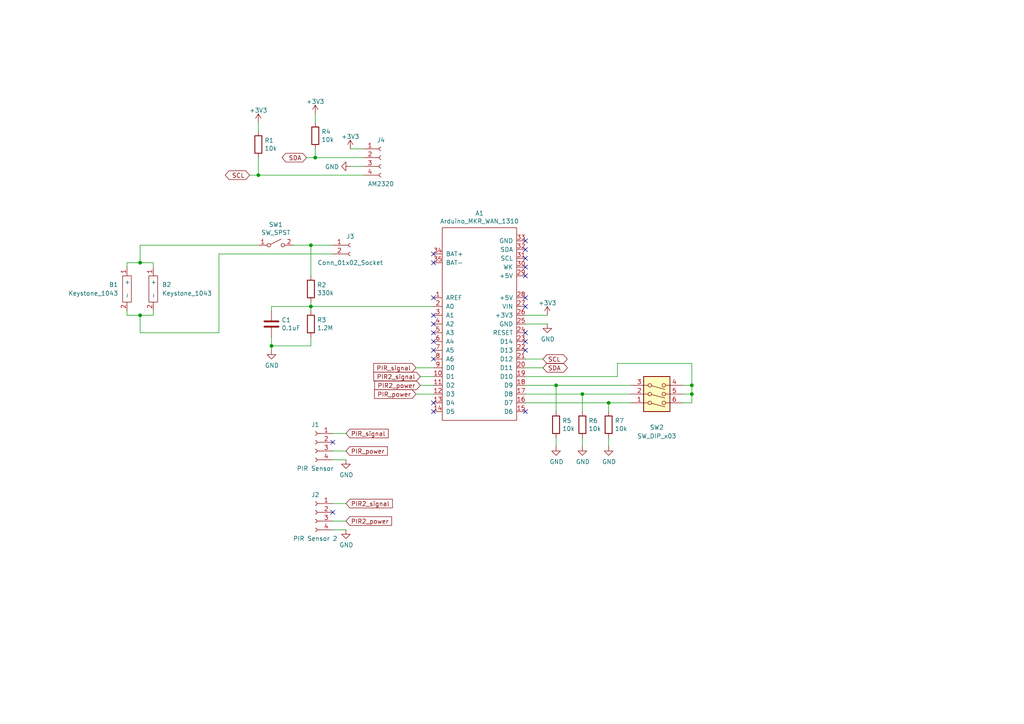
<source format=kicad_sch>
(kicad_sch
	(version 20231120)
	(generator "eeschema")
	(generator_version "8.0")
	(uuid "3a694d7a-4b4d-4871-92bb-18194055b51a")
	(paper "A4")
	(lib_symbols
		(symbol "Connector:Conn_01x02_Socket"
			(pin_names
				(offset 1.016) hide)
			(exclude_from_sim no)
			(in_bom yes)
			(on_board yes)
			(property "Reference" "J"
				(at 0 2.54 0)
				(effects
					(font
						(size 1.27 1.27)
					)
				)
			)
			(property "Value" "Conn_01x02_Socket"
				(at 0 -5.08 0)
				(effects
					(font
						(size 1.27 1.27)
					)
				)
			)
			(property "Footprint" ""
				(at 0 0 0)
				(effects
					(font
						(size 1.27 1.27)
					)
					(hide yes)
				)
			)
			(property "Datasheet" "~"
				(at 0 0 0)
				(effects
					(font
						(size 1.27 1.27)
					)
					(hide yes)
				)
			)
			(property "Description" "Generic connector, single row, 01x02, script generated"
				(at 0 0 0)
				(effects
					(font
						(size 1.27 1.27)
					)
					(hide yes)
				)
			)
			(property "ki_locked" ""
				(at 0 0 0)
				(effects
					(font
						(size 1.27 1.27)
					)
				)
			)
			(property "ki_keywords" "connector"
				(at 0 0 0)
				(effects
					(font
						(size 1.27 1.27)
					)
					(hide yes)
				)
			)
			(property "ki_fp_filters" "Connector*:*_1x??_*"
				(at 0 0 0)
				(effects
					(font
						(size 1.27 1.27)
					)
					(hide yes)
				)
			)
			(symbol "Conn_01x02_Socket_1_1"
				(arc
					(start 0 -2.032)
					(mid -0.5058 -2.54)
					(end 0 -3.048)
					(stroke
						(width 0.1524)
						(type default)
					)
					(fill
						(type none)
					)
				)
				(polyline
					(pts
						(xy -1.27 -2.54) (xy -0.508 -2.54)
					)
					(stroke
						(width 0.1524)
						(type default)
					)
					(fill
						(type none)
					)
				)
				(polyline
					(pts
						(xy -1.27 0) (xy -0.508 0)
					)
					(stroke
						(width 0.1524)
						(type default)
					)
					(fill
						(type none)
					)
				)
				(arc
					(start 0 0.508)
					(mid -0.5058 0)
					(end 0 -0.508)
					(stroke
						(width 0.1524)
						(type default)
					)
					(fill
						(type none)
					)
				)
				(pin passive line
					(at -5.08 0 0)
					(length 3.81)
					(name "Pin_1"
						(effects
							(font
								(size 1.27 1.27)
							)
						)
					)
					(number "1"
						(effects
							(font
								(size 1.27 1.27)
							)
						)
					)
				)
				(pin passive line
					(at -5.08 -2.54 0)
					(length 3.81)
					(name "Pin_2"
						(effects
							(font
								(size 1.27 1.27)
							)
						)
					)
					(number "2"
						(effects
							(font
								(size 1.27 1.27)
							)
						)
					)
				)
			)
		)
		(symbol "Connector:Conn_01x04_Socket"
			(pin_names
				(offset 1.016) hide)
			(exclude_from_sim no)
			(in_bom yes)
			(on_board yes)
			(property "Reference" "J"
				(at 0 5.08 0)
				(effects
					(font
						(size 1.27 1.27)
					)
				)
			)
			(property "Value" "Conn_01x04_Socket"
				(at 0 -7.62 0)
				(effects
					(font
						(size 1.27 1.27)
					)
				)
			)
			(property "Footprint" ""
				(at 0 0 0)
				(effects
					(font
						(size 1.27 1.27)
					)
					(hide yes)
				)
			)
			(property "Datasheet" "~"
				(at 0 0 0)
				(effects
					(font
						(size 1.27 1.27)
					)
					(hide yes)
				)
			)
			(property "Description" "Generic connector, single row, 01x04, script generated"
				(at 0 0 0)
				(effects
					(font
						(size 1.27 1.27)
					)
					(hide yes)
				)
			)
			(property "ki_locked" ""
				(at 0 0 0)
				(effects
					(font
						(size 1.27 1.27)
					)
				)
			)
			(property "ki_keywords" "connector"
				(at 0 0 0)
				(effects
					(font
						(size 1.27 1.27)
					)
					(hide yes)
				)
			)
			(property "ki_fp_filters" "Connector*:*_1x??_*"
				(at 0 0 0)
				(effects
					(font
						(size 1.27 1.27)
					)
					(hide yes)
				)
			)
			(symbol "Conn_01x04_Socket_1_1"
				(arc
					(start 0 -4.572)
					(mid -0.5058 -5.08)
					(end 0 -5.588)
					(stroke
						(width 0.1524)
						(type default)
					)
					(fill
						(type none)
					)
				)
				(arc
					(start 0 -2.032)
					(mid -0.5058 -2.54)
					(end 0 -3.048)
					(stroke
						(width 0.1524)
						(type default)
					)
					(fill
						(type none)
					)
				)
				(polyline
					(pts
						(xy -1.27 -5.08) (xy -0.508 -5.08)
					)
					(stroke
						(width 0.1524)
						(type default)
					)
					(fill
						(type none)
					)
				)
				(polyline
					(pts
						(xy -1.27 -2.54) (xy -0.508 -2.54)
					)
					(stroke
						(width 0.1524)
						(type default)
					)
					(fill
						(type none)
					)
				)
				(polyline
					(pts
						(xy -1.27 0) (xy -0.508 0)
					)
					(stroke
						(width 0.1524)
						(type default)
					)
					(fill
						(type none)
					)
				)
				(polyline
					(pts
						(xy -1.27 2.54) (xy -0.508 2.54)
					)
					(stroke
						(width 0.1524)
						(type default)
					)
					(fill
						(type none)
					)
				)
				(arc
					(start 0 0.508)
					(mid -0.5058 0)
					(end 0 -0.508)
					(stroke
						(width 0.1524)
						(type default)
					)
					(fill
						(type none)
					)
				)
				(arc
					(start 0 3.048)
					(mid -0.5058 2.54)
					(end 0 2.032)
					(stroke
						(width 0.1524)
						(type default)
					)
					(fill
						(type none)
					)
				)
				(pin passive line
					(at -5.08 2.54 0)
					(length 3.81)
					(name "Pin_1"
						(effects
							(font
								(size 1.27 1.27)
							)
						)
					)
					(number "1"
						(effects
							(font
								(size 1.27 1.27)
							)
						)
					)
				)
				(pin passive line
					(at -5.08 0 0)
					(length 3.81)
					(name "Pin_2"
						(effects
							(font
								(size 1.27 1.27)
							)
						)
					)
					(number "2"
						(effects
							(font
								(size 1.27 1.27)
							)
						)
					)
				)
				(pin passive line
					(at -5.08 -2.54 0)
					(length 3.81)
					(name "Pin_3"
						(effects
							(font
								(size 1.27 1.27)
							)
						)
					)
					(number "3"
						(effects
							(font
								(size 1.27 1.27)
							)
						)
					)
				)
				(pin passive line
					(at -5.08 -5.08 0)
					(length 3.81)
					(name "Pin_4"
						(effects
							(font
								(size 1.27 1.27)
							)
						)
					)
					(number "4"
						(effects
							(font
								(size 1.27 1.27)
							)
						)
					)
				)
			)
		)
		(symbol "Device:C"
			(pin_numbers hide)
			(pin_names
				(offset 0.254)
			)
			(exclude_from_sim no)
			(in_bom yes)
			(on_board yes)
			(property "Reference" "C"
				(at 0.635 2.54 0)
				(effects
					(font
						(size 1.27 1.27)
					)
					(justify left)
				)
			)
			(property "Value" "C"
				(at 0.635 -2.54 0)
				(effects
					(font
						(size 1.27 1.27)
					)
					(justify left)
				)
			)
			(property "Footprint" ""
				(at 0.9652 -3.81 0)
				(effects
					(font
						(size 1.27 1.27)
					)
					(hide yes)
				)
			)
			(property "Datasheet" "~"
				(at 0 0 0)
				(effects
					(font
						(size 1.27 1.27)
					)
					(hide yes)
				)
			)
			(property "Description" "Unpolarized capacitor"
				(at 0 0 0)
				(effects
					(font
						(size 1.27 1.27)
					)
					(hide yes)
				)
			)
			(property "ki_keywords" "cap capacitor"
				(at 0 0 0)
				(effects
					(font
						(size 1.27 1.27)
					)
					(hide yes)
				)
			)
			(property "ki_fp_filters" "C_*"
				(at 0 0 0)
				(effects
					(font
						(size 1.27 1.27)
					)
					(hide yes)
				)
			)
			(symbol "C_0_1"
				(polyline
					(pts
						(xy -2.032 -0.762) (xy 2.032 -0.762)
					)
					(stroke
						(width 0.508)
						(type default)
					)
					(fill
						(type none)
					)
				)
				(polyline
					(pts
						(xy -2.032 0.762) (xy 2.032 0.762)
					)
					(stroke
						(width 0.508)
						(type default)
					)
					(fill
						(type none)
					)
				)
			)
			(symbol "C_1_1"
				(pin passive line
					(at 0 3.81 270)
					(length 2.794)
					(name "~"
						(effects
							(font
								(size 1.27 1.27)
							)
						)
					)
					(number "1"
						(effects
							(font
								(size 1.27 1.27)
							)
						)
					)
				)
				(pin passive line
					(at 0 -3.81 90)
					(length 2.794)
					(name "~"
						(effects
							(font
								(size 1.27 1.27)
							)
						)
					)
					(number "2"
						(effects
							(font
								(size 1.27 1.27)
							)
						)
					)
				)
			)
		)
		(symbol "Device:R"
			(pin_numbers hide)
			(pin_names
				(offset 0)
			)
			(exclude_from_sim no)
			(in_bom yes)
			(on_board yes)
			(property "Reference" "R"
				(at 2.032 0 90)
				(effects
					(font
						(size 1.27 1.27)
					)
				)
			)
			(property "Value" "R"
				(at 0 0 90)
				(effects
					(font
						(size 1.27 1.27)
					)
				)
			)
			(property "Footprint" ""
				(at -1.778 0 90)
				(effects
					(font
						(size 1.27 1.27)
					)
					(hide yes)
				)
			)
			(property "Datasheet" "~"
				(at 0 0 0)
				(effects
					(font
						(size 1.27 1.27)
					)
					(hide yes)
				)
			)
			(property "Description" "Resistor"
				(at 0 0 0)
				(effects
					(font
						(size 1.27 1.27)
					)
					(hide yes)
				)
			)
			(property "ki_keywords" "R res resistor"
				(at 0 0 0)
				(effects
					(font
						(size 1.27 1.27)
					)
					(hide yes)
				)
			)
			(property "ki_fp_filters" "R_*"
				(at 0 0 0)
				(effects
					(font
						(size 1.27 1.27)
					)
					(hide yes)
				)
			)
			(symbol "R_0_1"
				(rectangle
					(start -1.016 -2.54)
					(end 1.016 2.54)
					(stroke
						(width 0.254)
						(type default)
					)
					(fill
						(type none)
					)
				)
			)
			(symbol "R_1_1"
				(pin passive line
					(at 0 3.81 270)
					(length 1.27)
					(name "~"
						(effects
							(font
								(size 1.27 1.27)
							)
						)
					)
					(number "1"
						(effects
							(font
								(size 1.27 1.27)
							)
						)
					)
				)
				(pin passive line
					(at 0 -3.81 90)
					(length 1.27)
					(name "~"
						(effects
							(font
								(size 1.27 1.27)
							)
						)
					)
					(number "2"
						(effects
							(font
								(size 1.27 1.27)
							)
						)
					)
				)
			)
		)
		(symbol "General_TM:Arduino_MKR_WAN_1310"
			(pin_names
				(offset 1.016)
			)
			(exclude_from_sim no)
			(in_bom yes)
			(on_board yes)
			(property "Reference" "A"
				(at 0 33.02 0)
				(effects
					(font
						(size 1.27 1.27)
					)
				)
			)
			(property "Value" "Arduino_MKR_WAN_1310"
				(at 0 30.48 0)
				(effects
					(font
						(size 1.27 1.27)
					)
				)
			)
			(property "Footprint" "General_TM:Arduino_MKR_WAN_1310"
				(at 0 27.94 0)
				(effects
					(font
						(size 1.27 1.27)
					)
					(hide yes)
				)
			)
			(property "Datasheet" "https://store.arduino.cc/products/arduino-mkr-wan-1310"
				(at 0 29.21 0)
				(effects
					(font
						(size 1.27 1.27)
					)
					(hide yes)
				)
			)
			(property "Description" "Arduino MKR WAN 1310 LoRa"
				(at 0 0 0)
				(effects
					(font
						(size 1.27 1.27)
					)
					(hide yes)
				)
			)
			(symbol "Arduino_MKR_WAN_1310_0_1"
				(rectangle
					(start 10.16 26.67)
					(end -11.43 -29.21)
					(stroke
						(width 0)
						(type default)
					)
					(fill
						(type none)
					)
				)
			)
			(symbol "Arduino_MKR_WAN_1310_1_1"
				(pin input line
					(at -13.97 6.35 0)
					(length 2.54)
					(name "AREF"
						(effects
							(font
								(size 1.27 1.27)
							)
						)
					)
					(number "1"
						(effects
							(font
								(size 1.27 1.27)
							)
						)
					)
				)
				(pin bidirectional line
					(at -13.97 -16.51 0)
					(length 2.54)
					(name "D1"
						(effects
							(font
								(size 1.27 1.27)
							)
						)
					)
					(number "10"
						(effects
							(font
								(size 1.27 1.27)
							)
						)
					)
				)
				(pin bidirectional line
					(at -13.97 -19.05 0)
					(length 2.54)
					(name "D2"
						(effects
							(font
								(size 1.27 1.27)
							)
						)
					)
					(number "11"
						(effects
							(font
								(size 1.27 1.27)
							)
						)
					)
				)
				(pin bidirectional line
					(at -13.97 -21.59 0)
					(length 2.54)
					(name "D3"
						(effects
							(font
								(size 1.27 1.27)
							)
						)
					)
					(number "12"
						(effects
							(font
								(size 1.27 1.27)
							)
						)
					)
				)
				(pin bidirectional line
					(at -13.97 -24.13 0)
					(length 2.54)
					(name "D4"
						(effects
							(font
								(size 1.27 1.27)
							)
						)
					)
					(number "13"
						(effects
							(font
								(size 1.27 1.27)
							)
						)
					)
				)
				(pin bidirectional line
					(at -13.97 -26.67 0)
					(length 2.54)
					(name "D5"
						(effects
							(font
								(size 1.27 1.27)
							)
						)
					)
					(number "14"
						(effects
							(font
								(size 1.27 1.27)
							)
						)
					)
				)
				(pin bidirectional line
					(at 12.7 -26.67 180)
					(length 2.54)
					(name "D6"
						(effects
							(font
								(size 1.27 1.27)
							)
						)
					)
					(number "15"
						(effects
							(font
								(size 1.27 1.27)
							)
						)
					)
				)
				(pin bidirectional line
					(at 12.7 -24.13 180)
					(length 2.54)
					(name "D7"
						(effects
							(font
								(size 1.27 1.27)
							)
						)
					)
					(number "16"
						(effects
							(font
								(size 1.27 1.27)
							)
						)
					)
				)
				(pin bidirectional line
					(at 12.7 -21.59 180)
					(length 2.54)
					(name "D8"
						(effects
							(font
								(size 1.27 1.27)
							)
						)
					)
					(number "17"
						(effects
							(font
								(size 1.27 1.27)
							)
						)
					)
				)
				(pin bidirectional line
					(at 12.7 -19.05 180)
					(length 2.54)
					(name "D9"
						(effects
							(font
								(size 1.27 1.27)
							)
						)
					)
					(number "18"
						(effects
							(font
								(size 1.27 1.27)
							)
						)
					)
				)
				(pin bidirectional line
					(at 12.7 -16.51 180)
					(length 2.54)
					(name "D10"
						(effects
							(font
								(size 1.27 1.27)
							)
						)
					)
					(number "19"
						(effects
							(font
								(size 1.27 1.27)
							)
						)
					)
				)
				(pin bidirectional line
					(at -13.97 3.81 0)
					(length 2.54)
					(name "A0"
						(effects
							(font
								(size 1.27 1.27)
							)
						)
					)
					(number "2"
						(effects
							(font
								(size 1.27 1.27)
							)
						)
					)
				)
				(pin bidirectional line
					(at 12.7 -13.97 180)
					(length 2.54)
					(name "D11"
						(effects
							(font
								(size 1.27 1.27)
							)
						)
					)
					(number "20"
						(effects
							(font
								(size 1.27 1.27)
							)
						)
					)
				)
				(pin bidirectional line
					(at 12.7 -11.43 180)
					(length 2.54)
					(name "D12"
						(effects
							(font
								(size 1.27 1.27)
							)
						)
					)
					(number "21"
						(effects
							(font
								(size 1.27 1.27)
							)
						)
					)
				)
				(pin bidirectional line
					(at 12.7 -8.89 180)
					(length 2.54)
					(name "D13"
						(effects
							(font
								(size 1.27 1.27)
							)
						)
					)
					(number "22"
						(effects
							(font
								(size 1.27 1.27)
							)
						)
					)
				)
				(pin bidirectional line
					(at 12.7 -6.35 180)
					(length 2.54)
					(name "D14"
						(effects
							(font
								(size 1.27 1.27)
							)
						)
					)
					(number "23"
						(effects
							(font
								(size 1.27 1.27)
							)
						)
					)
				)
				(pin input line
					(at 12.7 -3.81 180)
					(length 2.54)
					(name "RESET"
						(effects
							(font
								(size 1.27 1.27)
							)
						)
					)
					(number "24"
						(effects
							(font
								(size 1.27 1.27)
							)
						)
					)
				)
				(pin power_in line
					(at 12.7 -1.27 180)
					(length 2.54)
					(name "GND"
						(effects
							(font
								(size 1.27 1.27)
							)
						)
					)
					(number "25"
						(effects
							(font
								(size 1.27 1.27)
							)
						)
					)
				)
				(pin power_out line
					(at 12.7 1.27 180)
					(length 2.54)
					(name "+3V3"
						(effects
							(font
								(size 1.27 1.27)
							)
						)
					)
					(number "26"
						(effects
							(font
								(size 1.27 1.27)
							)
						)
					)
				)
				(pin power_in line
					(at 12.7 3.81 180)
					(length 2.54)
					(name "VIN"
						(effects
							(font
								(size 1.27 1.27)
							)
						)
					)
					(number "27"
						(effects
							(font
								(size 1.27 1.27)
							)
						)
					)
				)
				(pin power_out line
					(at 12.7 6.35 180)
					(length 2.54)
					(name "+5V"
						(effects
							(font
								(size 1.27 1.27)
							)
						)
					)
					(number "28"
						(effects
							(font
								(size 1.27 1.27)
							)
						)
					)
				)
				(pin power_out line
					(at 12.7 12.7 180)
					(length 2.54)
					(name "+5V"
						(effects
							(font
								(size 1.27 1.27)
							)
						)
					)
					(number "29"
						(effects
							(font
								(size 1.27 1.27)
							)
						)
					)
				)
				(pin bidirectional line
					(at -13.97 1.27 0)
					(length 2.54)
					(name "A1"
						(effects
							(font
								(size 1.27 1.27)
							)
						)
					)
					(number "3"
						(effects
							(font
								(size 1.27 1.27)
							)
						)
					)
				)
				(pin bidirectional line
					(at 12.7 15.24 180)
					(length 2.54)
					(name "WK"
						(effects
							(font
								(size 1.27 1.27)
							)
						)
					)
					(number "30"
						(effects
							(font
								(size 1.27 1.27)
							)
						)
					)
				)
				(pin bidirectional line
					(at 12.7 17.78 180)
					(length 2.54)
					(name "SCL"
						(effects
							(font
								(size 1.27 1.27)
							)
						)
					)
					(number "31"
						(effects
							(font
								(size 1.27 1.27)
							)
						)
					)
				)
				(pin bidirectional line
					(at 12.7 20.32 180)
					(length 2.54)
					(name "SDA"
						(effects
							(font
								(size 1.27 1.27)
							)
						)
					)
					(number "32"
						(effects
							(font
								(size 1.27 1.27)
							)
						)
					)
				)
				(pin power_in line
					(at 12.7 22.86 180)
					(length 2.54)
					(name "GND"
						(effects
							(font
								(size 1.27 1.27)
							)
						)
					)
					(number "33"
						(effects
							(font
								(size 1.27 1.27)
							)
						)
					)
				)
				(pin power_in line
					(at -13.97 19.05 0)
					(length 2.54)
					(name "BAT+"
						(effects
							(font
								(size 1.27 1.27)
							)
						)
					)
					(number "34"
						(effects
							(font
								(size 1.27 1.27)
							)
						)
					)
				)
				(pin power_in line
					(at -13.97 16.51 0)
					(length 2.54)
					(name "BAT-"
						(effects
							(font
								(size 1.27 1.27)
							)
						)
					)
					(number "35"
						(effects
							(font
								(size 1.27 1.27)
							)
						)
					)
				)
				(pin bidirectional line
					(at -13.97 -1.27 0)
					(length 2.54)
					(name "A2"
						(effects
							(font
								(size 1.27 1.27)
							)
						)
					)
					(number "4"
						(effects
							(font
								(size 1.27 1.27)
							)
						)
					)
				)
				(pin bidirectional line
					(at -13.97 -3.81 0)
					(length 2.54)
					(name "A3"
						(effects
							(font
								(size 1.27 1.27)
							)
						)
					)
					(number "5"
						(effects
							(font
								(size 1.27 1.27)
							)
						)
					)
				)
				(pin bidirectional line
					(at -13.97 -6.35 0)
					(length 2.54)
					(name "A4"
						(effects
							(font
								(size 1.27 1.27)
							)
						)
					)
					(number "6"
						(effects
							(font
								(size 1.27 1.27)
							)
						)
					)
				)
				(pin bidirectional line
					(at -13.97 -8.89 0)
					(length 2.54)
					(name "A5"
						(effects
							(font
								(size 1.27 1.27)
							)
						)
					)
					(number "7"
						(effects
							(font
								(size 1.27 1.27)
							)
						)
					)
				)
				(pin bidirectional line
					(at -13.97 -11.43 0)
					(length 2.54)
					(name "A6"
						(effects
							(font
								(size 1.27 1.27)
							)
						)
					)
					(number "8"
						(effects
							(font
								(size 1.27 1.27)
							)
						)
					)
				)
				(pin bidirectional line
					(at -13.97 -13.97 0)
					(length 2.54)
					(name "D0"
						(effects
							(font
								(size 1.27 1.27)
							)
						)
					)
					(number "9"
						(effects
							(font
								(size 1.27 1.27)
							)
						)
					)
				)
			)
		)
		(symbol "General_TM:Keystone_1043"
			(pin_names
				(offset 1.016)
			)
			(exclude_from_sim no)
			(in_bom yes)
			(on_board yes)
			(property "Reference" "B"
				(at 0 3.81 0)
				(effects
					(font
						(size 1.27 1.27)
					)
				)
			)
			(property "Value" "Keystone_1043"
				(at 0 6.35 0)
				(effects
					(font
						(size 1.27 1.27)
					)
				)
			)
			(property "Footprint" "General_TM:BatteryHolder_Keystone_1043_1x18650"
				(at 12.7 8.89 0)
				(effects
					(font
						(size 1.27 1.27)
					)
					(hide yes)
				)
			)
			(property "Datasheet" "https://www.mouser.ch/datasheet/2/215/1043-745411.pdf"
				(at 12.7 8.89 0)
				(effects
					(font
						(size 1.27 1.27)
					)
					(hide yes)
				)
			)
			(property "Description" ""
				(at 0 -1.27 0)
				(effects
					(font
						(size 1.27 1.27)
					)
					(hide yes)
				)
			)
			(symbol "Keystone_1043_0_1"
				(rectangle
					(start -3.81 1.27)
					(end 3.81 -1.27)
					(stroke
						(width 0)
						(type default)
					)
					(fill
						(type none)
					)
				)
			)
			(symbol "Keystone_1043_1_1"
				(pin power_out line
					(at -6.35 0 0)
					(length 2.54)
					(name "+"
						(effects
							(font
								(size 1.27 1.27)
							)
						)
					)
					(number "1"
						(effects
							(font
								(size 1.27 1.27)
							)
						)
					)
				)
				(pin power_out line
					(at 6.35 0 180)
					(length 2.54)
					(name "-"
						(effects
							(font
								(size 1.27 1.27)
							)
						)
					)
					(number "2"
						(effects
							(font
								(size 1.27 1.27)
							)
						)
					)
				)
			)
		)
		(symbol "Switch:SW_DIP_x03"
			(pin_names
				(offset 0) hide)
			(exclude_from_sim no)
			(in_bom yes)
			(on_board yes)
			(property "Reference" "SW"
				(at 0 6.35 0)
				(effects
					(font
						(size 1.27 1.27)
					)
				)
			)
			(property "Value" "SW_DIP_x03"
				(at 0 -6.35 0)
				(effects
					(font
						(size 1.27 1.27)
					)
				)
			)
			(property "Footprint" ""
				(at 0 -2.54 0)
				(effects
					(font
						(size 1.27 1.27)
					)
					(hide yes)
				)
			)
			(property "Datasheet" "~"
				(at 0 -2.54 0)
				(effects
					(font
						(size 1.27 1.27)
					)
					(hide yes)
				)
			)
			(property "Description" "3x DIP Switch, Single Pole Single Throw (SPST) switch, small symbol"
				(at 0 0 0)
				(effects
					(font
						(size 1.27 1.27)
					)
					(hide yes)
				)
			)
			(property "ki_keywords" "dip switch"
				(at 0 0 0)
				(effects
					(font
						(size 1.27 1.27)
					)
					(hide yes)
				)
			)
			(property "ki_fp_filters" "SW?DIP?x3*"
				(at 0 0 0)
				(effects
					(font
						(size 1.27 1.27)
					)
					(hide yes)
				)
			)
			(symbol "SW_DIP_x03_0_0"
				(circle
					(center -2.032 -2.54)
					(radius 0.508)
					(stroke
						(width 0)
						(type default)
					)
					(fill
						(type none)
					)
				)
				(circle
					(center -2.032 0)
					(radius 0.508)
					(stroke
						(width 0)
						(type default)
					)
					(fill
						(type none)
					)
				)
				(circle
					(center -2.032 2.54)
					(radius 0.508)
					(stroke
						(width 0)
						(type default)
					)
					(fill
						(type none)
					)
				)
				(polyline
					(pts
						(xy -1.524 -2.413) (xy 2.3622 -1.3716)
					)
					(stroke
						(width 0)
						(type default)
					)
					(fill
						(type none)
					)
				)
				(polyline
					(pts
						(xy -1.524 0.127) (xy 2.3622 1.1684)
					)
					(stroke
						(width 0)
						(type default)
					)
					(fill
						(type none)
					)
				)
				(polyline
					(pts
						(xy -1.524 2.667) (xy 2.3622 3.7084)
					)
					(stroke
						(width 0)
						(type default)
					)
					(fill
						(type none)
					)
				)
				(circle
					(center 2.032 -2.54)
					(radius 0.508)
					(stroke
						(width 0)
						(type default)
					)
					(fill
						(type none)
					)
				)
				(circle
					(center 2.032 0)
					(radius 0.508)
					(stroke
						(width 0)
						(type default)
					)
					(fill
						(type none)
					)
				)
				(circle
					(center 2.032 2.54)
					(radius 0.508)
					(stroke
						(width 0)
						(type default)
					)
					(fill
						(type none)
					)
				)
			)
			(symbol "SW_DIP_x03_0_1"
				(rectangle
					(start -3.81 5.08)
					(end 3.81 -5.08)
					(stroke
						(width 0.254)
						(type default)
					)
					(fill
						(type background)
					)
				)
			)
			(symbol "SW_DIP_x03_1_1"
				(pin passive line
					(at -7.62 2.54 0)
					(length 5.08)
					(name "~"
						(effects
							(font
								(size 1.27 1.27)
							)
						)
					)
					(number "1"
						(effects
							(font
								(size 1.27 1.27)
							)
						)
					)
				)
				(pin passive line
					(at -7.62 0 0)
					(length 5.08)
					(name "~"
						(effects
							(font
								(size 1.27 1.27)
							)
						)
					)
					(number "2"
						(effects
							(font
								(size 1.27 1.27)
							)
						)
					)
				)
				(pin passive line
					(at -7.62 -2.54 0)
					(length 5.08)
					(name "~"
						(effects
							(font
								(size 1.27 1.27)
							)
						)
					)
					(number "3"
						(effects
							(font
								(size 1.27 1.27)
							)
						)
					)
				)
				(pin passive line
					(at 7.62 -2.54 180)
					(length 5.08)
					(name "~"
						(effects
							(font
								(size 1.27 1.27)
							)
						)
					)
					(number "4"
						(effects
							(font
								(size 1.27 1.27)
							)
						)
					)
				)
				(pin passive line
					(at 7.62 0 180)
					(length 5.08)
					(name "~"
						(effects
							(font
								(size 1.27 1.27)
							)
						)
					)
					(number "5"
						(effects
							(font
								(size 1.27 1.27)
							)
						)
					)
				)
				(pin passive line
					(at 7.62 2.54 180)
					(length 5.08)
					(name "~"
						(effects
							(font
								(size 1.27 1.27)
							)
						)
					)
					(number "6"
						(effects
							(font
								(size 1.27 1.27)
							)
						)
					)
				)
			)
		)
		(symbol "Switch:SW_SPST"
			(pin_names
				(offset 0) hide)
			(exclude_from_sim no)
			(in_bom yes)
			(on_board yes)
			(property "Reference" "SW"
				(at 0 3.175 0)
				(effects
					(font
						(size 1.27 1.27)
					)
				)
			)
			(property "Value" "SW_SPST"
				(at 0 -2.54 0)
				(effects
					(font
						(size 1.27 1.27)
					)
				)
			)
			(property "Footprint" ""
				(at 0 0 0)
				(effects
					(font
						(size 1.27 1.27)
					)
					(hide yes)
				)
			)
			(property "Datasheet" "~"
				(at 0 0 0)
				(effects
					(font
						(size 1.27 1.27)
					)
					(hide yes)
				)
			)
			(property "Description" "Single Pole Single Throw (SPST) switch"
				(at 0 0 0)
				(effects
					(font
						(size 1.27 1.27)
					)
					(hide yes)
				)
			)
			(property "ki_keywords" "switch lever"
				(at 0 0 0)
				(effects
					(font
						(size 1.27 1.27)
					)
					(hide yes)
				)
			)
			(symbol "SW_SPST_0_0"
				(circle
					(center -2.032 0)
					(radius 0.508)
					(stroke
						(width 0)
						(type default)
					)
					(fill
						(type none)
					)
				)
				(polyline
					(pts
						(xy -1.524 0.254) (xy 1.524 1.778)
					)
					(stroke
						(width 0)
						(type default)
					)
					(fill
						(type none)
					)
				)
				(circle
					(center 2.032 0)
					(radius 0.508)
					(stroke
						(width 0)
						(type default)
					)
					(fill
						(type none)
					)
				)
			)
			(symbol "SW_SPST_1_1"
				(pin passive line
					(at -5.08 0 0)
					(length 2.54)
					(name "A"
						(effects
							(font
								(size 1.27 1.27)
							)
						)
					)
					(number "1"
						(effects
							(font
								(size 1.27 1.27)
							)
						)
					)
				)
				(pin passive line
					(at 5.08 0 180)
					(length 2.54)
					(name "B"
						(effects
							(font
								(size 1.27 1.27)
							)
						)
					)
					(number "2"
						(effects
							(font
								(size 1.27 1.27)
							)
						)
					)
				)
			)
		)
		(symbol "power:+3V3"
			(power)
			(pin_numbers hide)
			(pin_names
				(offset 0) hide)
			(exclude_from_sim no)
			(in_bom yes)
			(on_board yes)
			(property "Reference" "#PWR"
				(at 0 -3.81 0)
				(effects
					(font
						(size 1.27 1.27)
					)
					(hide yes)
				)
			)
			(property "Value" "+3V3"
				(at 0 3.556 0)
				(effects
					(font
						(size 1.27 1.27)
					)
				)
			)
			(property "Footprint" ""
				(at 0 0 0)
				(effects
					(font
						(size 1.27 1.27)
					)
					(hide yes)
				)
			)
			(property "Datasheet" ""
				(at 0 0 0)
				(effects
					(font
						(size 1.27 1.27)
					)
					(hide yes)
				)
			)
			(property "Description" "Power symbol creates a global label with name \"+3V3\""
				(at 0 0 0)
				(effects
					(font
						(size 1.27 1.27)
					)
					(hide yes)
				)
			)
			(property "ki_keywords" "global power"
				(at 0 0 0)
				(effects
					(font
						(size 1.27 1.27)
					)
					(hide yes)
				)
			)
			(symbol "+3V3_0_1"
				(polyline
					(pts
						(xy -0.762 1.27) (xy 0 2.54)
					)
					(stroke
						(width 0)
						(type default)
					)
					(fill
						(type none)
					)
				)
				(polyline
					(pts
						(xy 0 0) (xy 0 2.54)
					)
					(stroke
						(width 0)
						(type default)
					)
					(fill
						(type none)
					)
				)
				(polyline
					(pts
						(xy 0 2.54) (xy 0.762 1.27)
					)
					(stroke
						(width 0)
						(type default)
					)
					(fill
						(type none)
					)
				)
			)
			(symbol "+3V3_1_1"
				(pin power_in line
					(at 0 0 90)
					(length 0)
					(name "~"
						(effects
							(font
								(size 1.27 1.27)
							)
						)
					)
					(number "1"
						(effects
							(font
								(size 1.27 1.27)
							)
						)
					)
				)
			)
		)
		(symbol "power:GND"
			(power)
			(pin_numbers hide)
			(pin_names
				(offset 0) hide)
			(exclude_from_sim no)
			(in_bom yes)
			(on_board yes)
			(property "Reference" "#PWR"
				(at 0 -6.35 0)
				(effects
					(font
						(size 1.27 1.27)
					)
					(hide yes)
				)
			)
			(property "Value" "GND"
				(at 0 -3.81 0)
				(effects
					(font
						(size 1.27 1.27)
					)
				)
			)
			(property "Footprint" ""
				(at 0 0 0)
				(effects
					(font
						(size 1.27 1.27)
					)
					(hide yes)
				)
			)
			(property "Datasheet" ""
				(at 0 0 0)
				(effects
					(font
						(size 1.27 1.27)
					)
					(hide yes)
				)
			)
			(property "Description" "Power symbol creates a global label with name \"GND\" , ground"
				(at 0 0 0)
				(effects
					(font
						(size 1.27 1.27)
					)
					(hide yes)
				)
			)
			(property "ki_keywords" "global power"
				(at 0 0 0)
				(effects
					(font
						(size 1.27 1.27)
					)
					(hide yes)
				)
			)
			(symbol "GND_0_1"
				(polyline
					(pts
						(xy 0 0) (xy 0 -1.27) (xy 1.27 -1.27) (xy 0 -2.54) (xy -1.27 -1.27) (xy 0 -1.27)
					)
					(stroke
						(width 0)
						(type default)
					)
					(fill
						(type none)
					)
				)
			)
			(symbol "GND_1_1"
				(pin power_in line
					(at 0 0 270)
					(length 0)
					(name "~"
						(effects
							(font
								(size 1.27 1.27)
							)
						)
					)
					(number "1"
						(effects
							(font
								(size 1.27 1.27)
							)
						)
					)
				)
			)
		)
	)
	(junction
		(at 90.17 88.9)
		(diameter 0)
		(color 0 0 0 0)
		(uuid "13791859-2258-4786-b79a-ceeb11bb0312")
	)
	(junction
		(at 176.53 116.84)
		(diameter 0)
		(color 0 0 0 0)
		(uuid "41778123-b393-47ea-ac4a-47a6c57a7b15")
	)
	(junction
		(at 168.91 114.3)
		(diameter 0)
		(color 0 0 0 0)
		(uuid "482cd0b6-74e5-4414-bd1e-39491dcbcc5f")
	)
	(junction
		(at 161.29 111.76)
		(diameter 0)
		(color 0 0 0 0)
		(uuid "5aeae8a7-725f-4f1c-8593-75a8d8ff0f55")
	)
	(junction
		(at 40.64 91.44)
		(diameter 0)
		(color 0 0 0 0)
		(uuid "5e2b94b2-9181-4587-a0ab-c8b487a61629")
	)
	(junction
		(at 90.17 71.12)
		(diameter 0)
		(color 0 0 0 0)
		(uuid "81e46121-9bb9-4bb9-b031-dc435892f212")
	)
	(junction
		(at 91.44 45.72)
		(diameter 0)
		(color 0 0 0 0)
		(uuid "c707901b-b023-4128-8f5b-a0f0f274b2e6")
	)
	(junction
		(at 200.66 114.3)
		(diameter 0)
		(color 0 0 0 0)
		(uuid "cb9b7548-7146-41c9-a3e9-52d6dc2b430f")
	)
	(junction
		(at 40.64 76.2)
		(diameter 0)
		(color 0 0 0 0)
		(uuid "d8099085-7dde-45c9-9eda-72d40f0fa9e2")
	)
	(junction
		(at 74.93 50.8)
		(diameter 0)
		(color 0 0 0 0)
		(uuid "e83c4192-d3c6-4e1d-9cfc-822115d1bfe0")
	)
	(junction
		(at 78.74 100.33)
		(diameter 0)
		(color 0 0 0 0)
		(uuid "e9b7bfd6-1129-432e-bf57-cb89c702ef17")
	)
	(junction
		(at 200.66 111.76)
		(diameter 0)
		(color 0 0 0 0)
		(uuid "ea5ecf15-19aa-40c2-9a79-fc9353152779")
	)
	(no_connect
		(at 96.52 148.59)
		(uuid "027f4684-1c60-4187-86fc-fb634b28e0c5")
	)
	(no_connect
		(at 125.73 101.6)
		(uuid "07a14791-efc7-48f6-9ee0-d42e2b40508b")
	)
	(no_connect
		(at 125.73 91.44)
		(uuid "07d731f4-2813-46db-b2ea-2354a9f38917")
	)
	(no_connect
		(at 152.4 88.9)
		(uuid "15a28d4e-7542-45fa-ab8a-8a425377ba4f")
	)
	(no_connect
		(at 125.73 76.2)
		(uuid "1c4c40a9-c69a-4745-a254-6d128a71adfc")
	)
	(no_connect
		(at 152.4 96.52)
		(uuid "2aa1d357-51ad-4b1c-b781-fcc263af8ec8")
	)
	(no_connect
		(at 152.4 86.36)
		(uuid "2aa7bdf8-7948-452e-ada2-10f4c18bfd68")
	)
	(no_connect
		(at 125.73 86.36)
		(uuid "2dd47081-41f5-4231-af10-98049b8fefea")
	)
	(no_connect
		(at 152.4 72.39)
		(uuid "32bafa02-cf98-49b5-beb1-1645735d8975")
	)
	(no_connect
		(at 125.73 96.52)
		(uuid "380e9a91-515d-4d8a-b2ce-02eeef781662")
	)
	(no_connect
		(at 152.4 101.6)
		(uuid "4e9b0159-05ae-4554-bcf6-ea98ff00e2b5")
	)
	(no_connect
		(at 125.73 73.66)
		(uuid "6560f5f3-0587-4cc3-932b-be9b3356fb82")
	)
	(no_connect
		(at 152.4 69.85)
		(uuid "70e88ed5-56b5-401d-b70f-b9bdae1a4381")
	)
	(no_connect
		(at 152.4 119.38)
		(uuid "72458c22-291e-4313-b4b7-ffa4ca7dac51")
	)
	(no_connect
		(at 152.4 77.47)
		(uuid "83d5fb8d-bbde-48e6-92db-6ad19ed7de40")
	)
	(no_connect
		(at 152.4 99.06)
		(uuid "9f9a90fd-8ed8-4e4a-a264-59ae06b0fc77")
	)
	(no_connect
		(at 125.73 119.38)
		(uuid "a7d72d99-073c-480d-9a3e-a3c8c0486d44")
	)
	(no_connect
		(at 125.73 99.06)
		(uuid "bdba3469-20eb-4643-aed6-0416bd0b449d")
	)
	(no_connect
		(at 125.73 93.98)
		(uuid "c3e8d378-0c9d-4fd2-87d9-de35dc095a3a")
	)
	(no_connect
		(at 96.52 128.27)
		(uuid "c9bf1911-5b7d-4825-af68-6f790155dbdf")
	)
	(no_connect
		(at 152.4 80.01)
		(uuid "cbdaa4f7-7e16-4b77-954c-2e8fdc9b79e1")
	)
	(no_connect
		(at 125.73 104.14)
		(uuid "d4a5b89c-9d14-42e0-9f45-8b493195027e")
	)
	(no_connect
		(at 152.4 74.93)
		(uuid "e9ca673d-c0b1-411c-bc05-62ddd49757ca")
	)
	(no_connect
		(at 125.73 116.84)
		(uuid "ffeb1986-de7a-456c-b4c8-54d927befaa7")
	)
	(wire
		(pts
			(xy 120.65 106.68) (xy 125.73 106.68)
		)
		(stroke
			(width 0)
			(type default)
		)
		(uuid "166944b2-79d8-4c0a-8e6a-954c090ae569")
	)
	(wire
		(pts
			(xy 78.74 90.17) (xy 78.74 88.9)
		)
		(stroke
			(width 0)
			(type default)
		)
		(uuid "1ed958f9-aaec-4429-9dd5-39fb9cea68c7")
	)
	(wire
		(pts
			(xy 168.91 114.3) (xy 182.88 114.3)
		)
		(stroke
			(width 0)
			(type default)
		)
		(uuid "21a2408f-c474-4dd0-a14f-670ed61fe339")
	)
	(wire
		(pts
			(xy 152.4 104.14) (xy 157.48 104.14)
		)
		(stroke
			(width 0)
			(type default)
		)
		(uuid "27e69c2d-3260-42dd-9371-08dbe86f529f")
	)
	(wire
		(pts
			(xy 36.83 76.2) (xy 40.64 76.2)
		)
		(stroke
			(width 0)
			(type default)
		)
		(uuid "28973366-2296-4ef0-b6d8-30929109f27d")
	)
	(wire
		(pts
			(xy 152.4 114.3) (xy 168.91 114.3)
		)
		(stroke
			(width 0)
			(type default)
		)
		(uuid "291c1ffb-c4cb-488f-9325-65d1df5c2dba")
	)
	(wire
		(pts
			(xy 176.53 127) (xy 176.53 129.54)
		)
		(stroke
			(width 0)
			(type default)
		)
		(uuid "2aad9611-22f0-4cef-baf2-ebb9239d74c6")
	)
	(wire
		(pts
			(xy 36.83 90.17) (xy 36.83 91.44)
		)
		(stroke
			(width 0)
			(type default)
		)
		(uuid "2bdaca3f-f472-4668-9801-0073b78431ea")
	)
	(wire
		(pts
			(xy 96.52 146.05) (xy 100.33 146.05)
		)
		(stroke
			(width 0)
			(type default)
		)
		(uuid "2cb76114-8041-4cf3-9806-400e406ab324")
	)
	(wire
		(pts
			(xy 96.52 153.67) (xy 100.33 153.67)
		)
		(stroke
			(width 0)
			(type default)
		)
		(uuid "2e57c307-e9c6-4bc5-b196-42959d10a8f7")
	)
	(wire
		(pts
			(xy 96.52 151.13) (xy 100.33 151.13)
		)
		(stroke
			(width 0)
			(type default)
		)
		(uuid "35015565-2c2f-48e2-b7cd-ca2755667254")
	)
	(wire
		(pts
			(xy 90.17 100.33) (xy 90.17 97.79)
		)
		(stroke
			(width 0)
			(type default)
		)
		(uuid "35cef00f-4d6a-443f-beb5-f81d59be4967")
	)
	(wire
		(pts
			(xy 90.17 71.12) (xy 90.17 80.01)
		)
		(stroke
			(width 0)
			(type default)
		)
		(uuid "36a25738-20f1-4052-9f76-b724cc6b3419")
	)
	(wire
		(pts
			(xy 120.65 114.3) (xy 125.73 114.3)
		)
		(stroke
			(width 0)
			(type default)
		)
		(uuid "39de416b-aa55-4dce-ac41-c77f4ebe0454")
	)
	(wire
		(pts
			(xy 78.74 88.9) (xy 90.17 88.9)
		)
		(stroke
			(width 0)
			(type default)
		)
		(uuid "3f7385ea-39a3-46c9-bf4f-c1d4f9657a34")
	)
	(wire
		(pts
			(xy 176.53 116.84) (xy 176.53 119.38)
		)
		(stroke
			(width 0)
			(type default)
		)
		(uuid "40b9b2ef-f918-4d80-aee7-8d4c775788c9")
	)
	(wire
		(pts
			(xy 36.83 91.44) (xy 40.64 91.44)
		)
		(stroke
			(width 0)
			(type default)
		)
		(uuid "434e87d1-7767-4e18-b9cb-8351040396dc")
	)
	(wire
		(pts
			(xy 90.17 88.9) (xy 90.17 90.17)
		)
		(stroke
			(width 0)
			(type default)
		)
		(uuid "501146f6-bf72-4f8d-9d2d-4598fbcfee16")
	)
	(wire
		(pts
			(xy 44.45 76.2) (xy 44.45 77.47)
		)
		(stroke
			(width 0)
			(type default)
		)
		(uuid "5233dc0c-7670-492f-9940-ce1f58f7067d")
	)
	(wire
		(pts
			(xy 90.17 100.33) (xy 78.74 100.33)
		)
		(stroke
			(width 0)
			(type default)
		)
		(uuid "5387fdc6-b89a-4fe3-9f95-6e985c0106aa")
	)
	(wire
		(pts
			(xy 90.17 87.63) (xy 90.17 88.9)
		)
		(stroke
			(width 0)
			(type default)
		)
		(uuid "54e83a76-7e87-4766-ab53-9832fa3400b6")
	)
	(wire
		(pts
			(xy 200.66 111.76) (xy 200.66 114.3)
		)
		(stroke
			(width 0)
			(type default)
		)
		(uuid "5521b327-1a3c-4905-a182-5511fcde0cd2")
	)
	(wire
		(pts
			(xy 152.4 106.68) (xy 157.48 106.68)
		)
		(stroke
			(width 0)
			(type default)
		)
		(uuid "5ab4f404-d32b-4887-a430-34698b4b985f")
	)
	(wire
		(pts
			(xy 161.29 119.38) (xy 161.29 111.76)
		)
		(stroke
			(width 0)
			(type default)
		)
		(uuid "676e08aa-0630-49f4-a1a4-d21669b28c37")
	)
	(wire
		(pts
			(xy 200.66 105.41) (xy 200.66 111.76)
		)
		(stroke
			(width 0)
			(type default)
		)
		(uuid "72e0b534-219c-4ce3-ac60-9113a8eb10d6")
	)
	(wire
		(pts
			(xy 74.93 35.56) (xy 74.93 38.1)
		)
		(stroke
			(width 0)
			(type default)
		)
		(uuid "73fcbb5d-e239-4b80-8814-eb2a0b735e81")
	)
	(wire
		(pts
			(xy 90.17 71.12) (xy 96.52 71.12)
		)
		(stroke
			(width 0)
			(type default)
		)
		(uuid "7725a0b3-1874-4716-b067-dee09c2933a0")
	)
	(wire
		(pts
			(xy 176.53 116.84) (xy 182.88 116.84)
		)
		(stroke
			(width 0)
			(type default)
		)
		(uuid "79925e50-204d-4e46-80d4-295c411b1cc4")
	)
	(wire
		(pts
			(xy 40.64 91.44) (xy 44.45 91.44)
		)
		(stroke
			(width 0)
			(type default)
		)
		(uuid "79a315fd-9c44-4054-b720-a4b241305d78")
	)
	(wire
		(pts
			(xy 74.93 45.72) (xy 74.93 50.8)
		)
		(stroke
			(width 0)
			(type default)
		)
		(uuid "7abe79d8-63c4-44e9-9afc-6afd79128863")
	)
	(wire
		(pts
			(xy 40.64 71.12) (xy 40.64 76.2)
		)
		(stroke
			(width 0)
			(type default)
		)
		(uuid "7b6fd3e1-465e-4658-9145-68e577c2d7dc")
	)
	(wire
		(pts
			(xy 40.64 76.2) (xy 44.45 76.2)
		)
		(stroke
			(width 0)
			(type default)
		)
		(uuid "86c00190-534f-4a09-8802-68798d8117c5")
	)
	(wire
		(pts
			(xy 105.41 43.18) (xy 101.6 43.18)
		)
		(stroke
			(width 0)
			(type default)
		)
		(uuid "8a78e2ed-38d2-4e1a-8bfa-62e81716e300")
	)
	(wire
		(pts
			(xy 85.09 71.12) (xy 90.17 71.12)
		)
		(stroke
			(width 0)
			(type default)
		)
		(uuid "8c316117-59f4-44c7-9038-d5a492239568")
	)
	(wire
		(pts
			(xy 78.74 100.33) (xy 78.74 97.79)
		)
		(stroke
			(width 0)
			(type default)
		)
		(uuid "8c4a6f23-818a-46ea-b453-9dee170b04e7")
	)
	(wire
		(pts
			(xy 74.93 50.8) (xy 105.41 50.8)
		)
		(stroke
			(width 0)
			(type default)
		)
		(uuid "8c70432c-3b45-4451-97a7-28e79c379366")
	)
	(wire
		(pts
			(xy 152.4 111.76) (xy 161.29 111.76)
		)
		(stroke
			(width 0)
			(type default)
		)
		(uuid "8d178a34-9fd1-450e-93c4-a635ca14542f")
	)
	(wire
		(pts
			(xy 96.52 125.73) (xy 100.33 125.73)
		)
		(stroke
			(width 0)
			(type default)
		)
		(uuid "91e77e4c-24fd-4cd5-a657-abae1e05cbd9")
	)
	(wire
		(pts
			(xy 179.07 105.41) (xy 200.66 105.41)
		)
		(stroke
			(width 0)
			(type default)
		)
		(uuid "93411f2a-d7d1-49eb-ad95-b19e8dc67f85")
	)
	(wire
		(pts
			(xy 40.64 96.52) (xy 40.64 91.44)
		)
		(stroke
			(width 0)
			(type default)
		)
		(uuid "937dafca-247c-4245-8b6a-e4ada3802e9c")
	)
	(wire
		(pts
			(xy 152.4 116.84) (xy 176.53 116.84)
		)
		(stroke
			(width 0)
			(type default)
		)
		(uuid "9daf806c-5c2e-44fb-8cd6-a4e4332ffe23")
	)
	(wire
		(pts
			(xy 121.92 109.22) (xy 125.73 109.22)
		)
		(stroke
			(width 0)
			(type default)
		)
		(uuid "a7700e40-1ea3-46b2-8467-7baaceb9f495")
	)
	(wire
		(pts
			(xy 91.44 45.72) (xy 91.44 43.18)
		)
		(stroke
			(width 0)
			(type default)
		)
		(uuid "ae3a6953-34f6-478e-ae2c-0d21ef37f7f7")
	)
	(wire
		(pts
			(xy 91.44 45.72) (xy 88.9 45.72)
		)
		(stroke
			(width 0)
			(type default)
		)
		(uuid "b4ba9bac-9740-4402-b930-49ec7446585c")
	)
	(wire
		(pts
			(xy 168.91 127) (xy 168.91 129.54)
		)
		(stroke
			(width 0)
			(type default)
		)
		(uuid "b4ddff1b-31ff-42f0-a734-935e3e298945")
	)
	(wire
		(pts
			(xy 96.52 130.81) (xy 100.33 130.81)
		)
		(stroke
			(width 0)
			(type default)
		)
		(uuid "b74ec599-c8ef-4eb2-a261-f8c1069e5a78")
	)
	(wire
		(pts
			(xy 179.07 105.41) (xy 179.07 109.22)
		)
		(stroke
			(width 0)
			(type default)
		)
		(uuid "c1be5cf2-6ca4-4474-b56c-cc4ec3c4b44b")
	)
	(wire
		(pts
			(xy 198.12 111.76) (xy 200.66 111.76)
		)
		(stroke
			(width 0)
			(type default)
		)
		(uuid "c277c526-7a9b-4c2a-9d68-68de36e71369")
	)
	(wire
		(pts
			(xy 91.44 45.72) (xy 105.41 45.72)
		)
		(stroke
			(width 0)
			(type default)
		)
		(uuid "c2d9709e-d1e5-4f5d-92b4-234240c72770")
	)
	(wire
		(pts
			(xy 36.83 77.47) (xy 36.83 76.2)
		)
		(stroke
			(width 0)
			(type default)
		)
		(uuid "c6506991-ab87-460e-bc9c-52f1f37a748d")
	)
	(wire
		(pts
			(xy 63.5 73.66) (xy 96.52 73.66)
		)
		(stroke
			(width 0)
			(type default)
		)
		(uuid "c75aeeef-95b5-4094-92fa-f04e87638205")
	)
	(wire
		(pts
			(xy 44.45 90.17) (xy 44.45 91.44)
		)
		(stroke
			(width 0)
			(type default)
		)
		(uuid "c899b832-cda7-4b72-96b4-4579677a90e7")
	)
	(wire
		(pts
			(xy 90.17 88.9) (xy 125.73 88.9)
		)
		(stroke
			(width 0)
			(type default)
		)
		(uuid "c911c88b-5090-4eff-866e-bbc05357ad0d")
	)
	(wire
		(pts
			(xy 78.74 101.6) (xy 78.74 100.33)
		)
		(stroke
			(width 0)
			(type default)
		)
		(uuid "cb7ee06d-7be8-4954-be66-9de37a8d76c3")
	)
	(wire
		(pts
			(xy 168.91 119.38) (xy 168.91 114.3)
		)
		(stroke
			(width 0)
			(type default)
		)
		(uuid "cd23401b-d558-4ddc-889a-d85e9e772be4")
	)
	(wire
		(pts
			(xy 152.4 93.98) (xy 158.75 93.98)
		)
		(stroke
			(width 0)
			(type default)
		)
		(uuid "ce12a7d3-7890-42ae-a574-8ddd306640a7")
	)
	(wire
		(pts
			(xy 161.29 111.76) (xy 182.88 111.76)
		)
		(stroke
			(width 0)
			(type default)
		)
		(uuid "d12ec0d4-f350-4199-ba4c-33bddf36e490")
	)
	(wire
		(pts
			(xy 40.64 96.52) (xy 63.5 96.52)
		)
		(stroke
			(width 0)
			(type default)
		)
		(uuid "d6eefbd4-69a5-44aa-a17f-3de30629000a")
	)
	(wire
		(pts
			(xy 96.52 133.35) (xy 100.33 133.35)
		)
		(stroke
			(width 0)
			(type default)
		)
		(uuid "d8df3f39-6f96-4ca8-98b1-d94783eff5c3")
	)
	(wire
		(pts
			(xy 152.4 91.44) (xy 158.75 91.44)
		)
		(stroke
			(width 0)
			(type default)
		)
		(uuid "d9146bdc-e8c0-4ff7-949e-cd31d0bb0305")
	)
	(wire
		(pts
			(xy 198.12 114.3) (xy 200.66 114.3)
		)
		(stroke
			(width 0)
			(type default)
		)
		(uuid "db05391b-f7e6-4a1b-8f70-0ee2b8d14878")
	)
	(wire
		(pts
			(xy 74.93 50.8) (xy 72.39 50.8)
		)
		(stroke
			(width 0)
			(type default)
		)
		(uuid "dd6b63ab-327c-471f-ba1e-2c3911a59145")
	)
	(wire
		(pts
			(xy 161.29 127) (xy 161.29 129.54)
		)
		(stroke
			(width 0)
			(type default)
		)
		(uuid "dd7f1ebb-1172-4e43-bf77-70dbb3c46eaf")
	)
	(wire
		(pts
			(xy 91.44 33.02) (xy 91.44 35.56)
		)
		(stroke
			(width 0)
			(type default)
		)
		(uuid "e11e579a-1e02-4ffe-9811-9f9902d6c85c")
	)
	(wire
		(pts
			(xy 63.5 96.52) (xy 63.5 73.66)
		)
		(stroke
			(width 0)
			(type default)
		)
		(uuid "e1f2c852-6042-4ec3-af45-cb56d3bb4eb6")
	)
	(wire
		(pts
			(xy 179.07 109.22) (xy 152.4 109.22)
		)
		(stroke
			(width 0)
			(type default)
		)
		(uuid "e7978321-0d00-49c0-b9da-957f34e23ae1")
	)
	(wire
		(pts
			(xy 121.92 111.76) (xy 125.73 111.76)
		)
		(stroke
			(width 0)
			(type default)
		)
		(uuid "e92839b4-2be2-44bc-87fd-6d61af2c7afb")
	)
	(wire
		(pts
			(xy 40.64 71.12) (xy 74.93 71.12)
		)
		(stroke
			(width 0)
			(type default)
		)
		(uuid "e9724109-a22d-4d51-ba82-206b4beae7ca")
	)
	(wire
		(pts
			(xy 200.66 116.84) (xy 198.12 116.84)
		)
		(stroke
			(width 0)
			(type default)
		)
		(uuid "e99deb64-4974-4fc9-83b5-18ded2a89121")
	)
	(wire
		(pts
			(xy 200.66 114.3) (xy 200.66 116.84)
		)
		(stroke
			(width 0)
			(type default)
		)
		(uuid "ef2dcedb-b87c-4eeb-bd60-ff5ac259bfe7")
	)
	(wire
		(pts
			(xy 101.6 48.26) (xy 105.41 48.26)
		)
		(stroke
			(width 0)
			(type default)
		)
		(uuid "f35e6ebe-b5e6-44d3-a279-cc04c8f128f0")
	)
	(global_label "PIR2_signal"
		(shape input)
		(at 100.33 146.05 0)
		(effects
			(font
				(size 1.27 1.27)
			)
			(justify left)
		)
		(uuid "00d74387-564d-4a8b-8ca8-35307d279fe5")
		(property "Intersheetrefs" "${INTERSHEET_REFS}"
			(at 100.33 146.05 0)
			(effects
				(font
					(size 1.27 1.27)
				)
				(hide yes)
			)
		)
	)
	(global_label "PIR_signal"
		(shape input)
		(at 120.65 106.68 180)
		(effects
			(font
				(size 1.27 1.27)
			)
			(justify right)
		)
		(uuid "05060c31-b6db-418e-8331-4d9142d63d58")
		(property "Intersheetrefs" "${INTERSHEET_REFS}"
			(at 120.65 106.68 0)
			(effects
				(font
					(size 1.27 1.27)
				)
				(hide yes)
			)
		)
	)
	(global_label "SCL"
		(shape bidirectional)
		(at 72.39 50.8 180)
		(effects
			(font
				(size 1.27 1.27)
			)
			(justify right)
		)
		(uuid "13d898ca-b728-4a68-9254-8ad1b573e142")
		(property "Intersheetrefs" "${INTERSHEET_REFS}"
			(at 72.39 50.8 0)
			(effects
				(font
					(size 1.27 1.27)
				)
				(hide yes)
			)
		)
	)
	(global_label "PIR2_power"
		(shape input)
		(at 121.92 111.76 180)
		(effects
			(font
				(size 1.27 1.27)
			)
			(justify right)
		)
		(uuid "5199523a-d0eb-4383-adf8-0f683171aaf5")
		(property "Intersheetrefs" "${INTERSHEET_REFS}"
			(at 121.92 111.76 0)
			(effects
				(font
					(size 1.27 1.27)
				)
				(hide yes)
			)
		)
	)
	(global_label "PIR2_power"
		(shape input)
		(at 100.33 151.13 0)
		(effects
			(font
				(size 1.27 1.27)
			)
			(justify left)
		)
		(uuid "75d4bdaf-cd6f-4dc1-a836-a4d1b3317732")
		(property "Intersheetrefs" "${INTERSHEET_REFS}"
			(at 100.33 151.13 0)
			(effects
				(font
					(size 1.27 1.27)
				)
				(justify left)
				(hide yes)
			)
		)
	)
	(global_label "PIR_signal"
		(shape input)
		(at 100.33 125.73 0)
		(effects
			(font
				(size 1.27 1.27)
			)
			(justify left)
		)
		(uuid "82e656cb-0c56-455e-831f-54f3f70e4599")
		(property "Intersheetrefs" "${INTERSHEET_REFS}"
			(at 100.33 125.73 0)
			(effects
				(font
					(size 1.27 1.27)
				)
				(hide yes)
			)
		)
	)
	(global_label "SCL"
		(shape bidirectional)
		(at 157.48 104.14 0)
		(effects
			(font
				(size 1.27 1.27)
			)
			(justify left)
		)
		(uuid "890c65a9-fbc2-435e-b0d4-c1bd3aa7ed84")
		(property "Intersheetrefs" "${INTERSHEET_REFS}"
			(at 157.48 104.14 0)
			(effects
				(font
					(size 1.27 1.27)
				)
				(hide yes)
			)
		)
	)
	(global_label "SDA"
		(shape bidirectional)
		(at 157.48 106.68 0)
		(effects
			(font
				(size 1.27 1.27)
			)
			(justify left)
		)
		(uuid "8b4c2843-1800-4c9b-9934-781a263e8ae8")
		(property "Intersheetrefs" "${INTERSHEET_REFS}"
			(at 157.48 106.68 0)
			(effects
				(font
					(size 1.27 1.27)
				)
				(hide yes)
			)
		)
	)
	(global_label "PIR_power"
		(shape input)
		(at 120.65 114.3 180)
		(effects
			(font
				(size 1.27 1.27)
			)
			(justify right)
		)
		(uuid "8e94dc45-8e32-488e-8115-20b29e1f8d7d")
		(property "Intersheetrefs" "${INTERSHEET_REFS}"
			(at 120.65 114.3 0)
			(effects
				(font
					(size 1.27 1.27)
				)
				(hide yes)
			)
		)
	)
	(global_label "PIR2_signal"
		(shape input)
		(at 121.92 109.22 180)
		(effects
			(font
				(size 1.27 1.27)
			)
			(justify right)
		)
		(uuid "a1d80328-1b10-48da-b8ad-a2064b8bae10")
		(property "Intersheetrefs" "${INTERSHEET_REFS}"
			(at 121.92 109.22 0)
			(effects
				(font
					(size 1.27 1.27)
				)
				(hide yes)
			)
		)
	)
	(global_label "SDA"
		(shape bidirectional)
		(at 88.9 45.72 180)
		(effects
			(font
				(size 1.27 1.27)
			)
			(justify right)
		)
		(uuid "b3478bab-b7be-4e85-90ba-4dd9762ce05b")
		(property "Intersheetrefs" "${INTERSHEET_REFS}"
			(at 88.9 45.72 0)
			(effects
				(font
					(size 1.27 1.27)
				)
				(hide yes)
			)
		)
	)
	(global_label "PIR_power"
		(shape input)
		(at 100.33 130.81 0)
		(effects
			(font
				(size 1.27 1.27)
			)
			(justify left)
		)
		(uuid "dfedef71-71ac-4fa5-949c-4bdc3430a278")
		(property "Intersheetrefs" "${INTERSHEET_REFS}"
			(at 100.33 130.81 0)
			(effects
				(font
					(size 1.27 1.27)
				)
				(justify left)
				(hide yes)
			)
		)
	)
	(symbol
		(lib_id "General_TM:Arduino_MKR_WAN_1310")
		(at 139.7 92.71 0)
		(unit 1)
		(exclude_from_sim no)
		(in_bom yes)
		(on_board yes)
		(dnp no)
		(uuid "00000000-0000-0000-0000-0000615b249e")
		(property "Reference" "A1"
			(at 139.065 61.849 0)
			(effects
				(font
					(size 1.27 1.27)
				)
			)
		)
		(property "Value" "Arduino_MKR_WAN_1310"
			(at 139.065 64.1604 0)
			(effects
				(font
					(size 1.27 1.27)
				)
			)
		)
		(property "Footprint" "General_TM:Arduino_MKR_WAN_1310"
			(at 139.7 64.77 0)
			(effects
				(font
					(size 1.27 1.27)
				)
				(hide yes)
			)
		)
		(property "Datasheet" "https://store.arduino.cc/products/arduino-mkr-wan-1310"
			(at 139.7 63.5 0)
			(effects
				(font
					(size 1.27 1.27)
				)
				(hide yes)
			)
		)
		(property "Description" ""
			(at 139.7 92.71 0)
			(effects
				(font
					(size 1.27 1.27)
				)
				(hide yes)
			)
		)
		(pin "1"
			(uuid "996d8d54-546d-44ea-a167-8eaea5f49234")
		)
		(pin "10"
			(uuid "5398842e-44d1-4224-a9bd-1b0d3c374b14")
		)
		(pin "11"
			(uuid "07eeabf9-a7a2-425e-bf1f-271a88c671af")
		)
		(pin "12"
			(uuid "b08a0fe3-d0d4-4cd1-9b3c-f2631b431ad9")
		)
		(pin "13"
			(uuid "9cb82bac-275a-4fbd-b867-86f80d049ab9")
		)
		(pin "14"
			(uuid "c4cec158-ffd0-49fe-8bf9-927cb0b51474")
		)
		(pin "15"
			(uuid "e3d86b38-96ec-4100-a49e-e6db65f41e5c")
		)
		(pin "16"
			(uuid "155eeff7-5a17-4b87-9be2-f3fe1b1b8cc3")
		)
		(pin "17"
			(uuid "e370e6c9-4503-41ab-a280-de9cff490e32")
		)
		(pin "18"
			(uuid "65c6ba76-7b2e-4eaa-af35-0947447c0915")
		)
		(pin "19"
			(uuid "70e137ab-90a7-42f7-bd84-a03d4bd20b47")
		)
		(pin "2"
			(uuid "2a2e7cb6-a07b-4462-bd61-d4a535865de0")
		)
		(pin "20"
			(uuid "1510fc48-8e09-4792-82b3-c3c8af0b883f")
		)
		(pin "21"
			(uuid "99f71067-ac68-4e1f-932a-56ccd0e8cbe3")
		)
		(pin "22"
			(uuid "9f185b10-a44b-4219-b135-4d08bd14aa9e")
		)
		(pin "23"
			(uuid "c4b05d75-e9b5-4b1c-937f-c60a7814ac80")
		)
		(pin "24"
			(uuid "63b98aa5-83e9-48a2-a107-3f908e57c048")
		)
		(pin "25"
			(uuid "d7420f51-c16a-4c58-9513-eb58ecc42f76")
		)
		(pin "26"
			(uuid "dee02577-c014-4110-a613-8a0b31632f5a")
		)
		(pin "27"
			(uuid "bb6b2388-5494-46c3-bdf5-e6063b161a17")
		)
		(pin "28"
			(uuid "3f8ba442-c742-43ec-abba-8801e201d424")
		)
		(pin "29"
			(uuid "2ce57698-7025-47a2-873e-42fd3ca4b978")
		)
		(pin "3"
			(uuid "b737417b-44bc-46cf-8296-9b9082274dcb")
		)
		(pin "30"
			(uuid "48f5d06e-7126-400e-835f-8c4e88b42be7")
		)
		(pin "31"
			(uuid "efbb6005-985c-416d-ae4d-d5943a5ce42e")
		)
		(pin "32"
			(uuid "db85ec5d-f24c-4d40-8eb0-a2bdc5d0d80c")
		)
		(pin "33"
			(uuid "1e4799fe-6520-449e-b87f-e03aff5025d2")
		)
		(pin "34"
			(uuid "d5dcadd0-cf93-4302-a76f-8ae60786b8ec")
		)
		(pin "35"
			(uuid "56cb9782-6b6a-4f88-b0ee-0c53defbf2d4")
		)
		(pin "4"
			(uuid "8cfd8c00-161c-4e25-a1aa-41f4046d8a8e")
		)
		(pin "5"
			(uuid "920cd12d-ceb7-48ca-a341-dd3f98ce50d0")
		)
		(pin "6"
			(uuid "ade8b75e-c4a2-47d5-9e65-d4048b84adc2")
		)
		(pin "7"
			(uuid "4ef18ae7-dc88-4d2d-a5b7-1e7abf060095")
		)
		(pin "8"
			(uuid "91174fef-b858-4115-9bf2-5a53699ea130")
		)
		(pin "9"
			(uuid "17015b99-b21e-4b9d-9fe7-592cb7250305")
		)
		(instances
			(project "BikeCounter_SingleBoard"
				(path "/3a694d7a-4b4d-4871-92bb-18194055b51a"
					(reference "A1")
					(unit 1)
				)
			)
		)
	)
	(symbol
		(lib_id "Device:C")
		(at 78.74 93.98 0)
		(unit 1)
		(exclude_from_sim no)
		(in_bom yes)
		(on_board yes)
		(dnp no)
		(uuid "00000000-0000-0000-0000-0000615b5d7e")
		(property "Reference" "C1"
			(at 81.661 92.8116 0)
			(effects
				(font
					(size 1.27 1.27)
				)
				(justify left)
			)
		)
		(property "Value" "0.1uF"
			(at 81.661 95.123 0)
			(effects
				(font
					(size 1.27 1.27)
				)
				(justify left)
			)
		)
		(property "Footprint" "Capacitor_SMD:C_0805_2012Metric_Pad1.18x1.45mm_HandSolder"
			(at 79.7052 97.79 0)
			(effects
				(font
					(size 1.27 1.27)
				)
				(hide yes)
			)
		)
		(property "Datasheet" "~"
			(at 78.74 93.98 0)
			(effects
				(font
					(size 1.27 1.27)
				)
				(hide yes)
			)
		)
		(property "Description" ""
			(at 78.74 93.98 0)
			(effects
				(font
					(size 1.27 1.27)
				)
				(hide yes)
			)
		)
		(pin "1"
			(uuid "2e229da1-3a96-4d7a-a253-ace029edb95e")
		)
		(pin "2"
			(uuid "a2745e99-20df-4038-8959-a45a89313da2")
		)
		(instances
			(project "BikeCounter_SingleBoard"
				(path "/3a694d7a-4b4d-4871-92bb-18194055b51a"
					(reference "C1")
					(unit 1)
				)
			)
		)
	)
	(symbol
		(lib_id "power:GND")
		(at 78.74 101.6 0)
		(unit 1)
		(exclude_from_sim no)
		(in_bom yes)
		(on_board yes)
		(dnp no)
		(uuid "00000000-0000-0000-0000-0000615b913b")
		(property "Reference" "#PWR02"
			(at 78.74 107.95 0)
			(effects
				(font
					(size 1.27 1.27)
				)
				(hide yes)
			)
		)
		(property "Value" "GND"
			(at 78.867 105.9942 0)
			(effects
				(font
					(size 1.27 1.27)
				)
			)
		)
		(property "Footprint" ""
			(at 78.74 101.6 0)
			(effects
				(font
					(size 1.27 1.27)
				)
				(hide yes)
			)
		)
		(property "Datasheet" ""
			(at 78.74 101.6 0)
			(effects
				(font
					(size 1.27 1.27)
				)
				(hide yes)
			)
		)
		(property "Description" "Power symbol creates a global label with name \"GND\" , ground"
			(at 78.74 101.6 0)
			(effects
				(font
					(size 1.27 1.27)
				)
				(hide yes)
			)
		)
		(pin "1"
			(uuid "0a235e1b-4153-414d-a0f8-19432d3c795d")
		)
		(instances
			(project "BikeCounter_SingleBoard"
				(path "/3a694d7a-4b4d-4871-92bb-18194055b51a"
					(reference "#PWR02")
					(unit 1)
				)
			)
		)
	)
	(symbol
		(lib_id "Device:R")
		(at 90.17 93.98 0)
		(unit 1)
		(exclude_from_sim no)
		(in_bom yes)
		(on_board yes)
		(dnp no)
		(uuid "00000000-0000-0000-0000-0000615b9c8e")
		(property "Reference" "R3"
			(at 91.948 92.8116 0)
			(effects
				(font
					(size 1.27 1.27)
				)
				(justify left)
			)
		)
		(property "Value" "1.2M"
			(at 91.948 95.123 0)
			(effects
				(font
					(size 1.27 1.27)
				)
				(justify left)
			)
		)
		(property "Footprint" "Resistor_SMD:R_1206_3216Metric_Pad1.30x1.75mm_HandSolder"
			(at 88.392 93.98 90)
			(effects
				(font
					(size 1.27 1.27)
				)
				(hide yes)
			)
		)
		(property "Datasheet" "~"
			(at 90.17 93.98 0)
			(effects
				(font
					(size 1.27 1.27)
				)
				(hide yes)
			)
		)
		(property "Description" ""
			(at 90.17 93.98 0)
			(effects
				(font
					(size 1.27 1.27)
				)
				(hide yes)
			)
		)
		(pin "1"
			(uuid "54cb121b-e106-4d07-aea8-bb42de60e300")
		)
		(pin "2"
			(uuid "9c3618cb-4ecb-4779-962a-bea547069881")
		)
		(instances
			(project "BikeCounter_SingleBoard"
				(path "/3a694d7a-4b4d-4871-92bb-18194055b51a"
					(reference "R3")
					(unit 1)
				)
			)
		)
	)
	(symbol
		(lib_id "Device:R")
		(at 90.17 83.82 0)
		(unit 1)
		(exclude_from_sim no)
		(in_bom yes)
		(on_board yes)
		(dnp no)
		(uuid "00000000-0000-0000-0000-0000615ba347")
		(property "Reference" "R2"
			(at 91.948 82.6516 0)
			(effects
				(font
					(size 1.27 1.27)
				)
				(justify left)
			)
		)
		(property "Value" "330k"
			(at 91.948 84.963 0)
			(effects
				(font
					(size 1.27 1.27)
				)
				(justify left)
			)
		)
		(property "Footprint" "Resistor_SMD:R_1206_3216Metric_Pad1.30x1.75mm_HandSolder"
			(at 88.392 83.82 90)
			(effects
				(font
					(size 1.27 1.27)
				)
				(hide yes)
			)
		)
		(property "Datasheet" "~"
			(at 90.17 83.82 0)
			(effects
				(font
					(size 1.27 1.27)
				)
				(hide yes)
			)
		)
		(property "Description" ""
			(at 90.17 83.82 0)
			(effects
				(font
					(size 1.27 1.27)
				)
				(hide yes)
			)
		)
		(pin "1"
			(uuid "0fa3746f-d996-4bd3-aa7c-141efd0995f6")
		)
		(pin "2"
			(uuid "abdb0f3d-a1af-4713-a433-3e9ac7a01cfe")
		)
		(instances
			(project "BikeCounter_SingleBoard"
				(path "/3a694d7a-4b4d-4871-92bb-18194055b51a"
					(reference "R2")
					(unit 1)
				)
			)
		)
	)
	(symbol
		(lib_id "power:+3V3")
		(at 158.75 91.44 0)
		(unit 1)
		(exclude_from_sim no)
		(in_bom yes)
		(on_board yes)
		(dnp no)
		(uuid "00000000-0000-0000-0000-0000615d569e")
		(property "Reference" "#PWR08"
			(at 158.75 95.25 0)
			(effects
				(font
					(size 1.27 1.27)
				)
				(hide yes)
			)
		)
		(property "Value" "+3V3"
			(at 158.75 87.884 0)
			(effects
				(font
					(size 1.27 1.27)
				)
			)
		)
		(property "Footprint" ""
			(at 158.75 91.44 0)
			(effects
				(font
					(size 1.27 1.27)
				)
				(hide yes)
			)
		)
		(property "Datasheet" ""
			(at 158.75 91.44 0)
			(effects
				(font
					(size 1.27 1.27)
				)
				(hide yes)
			)
		)
		(property "Description" "Power symbol creates a global label with name \"+3V3\""
			(at 158.75 91.44 0)
			(effects
				(font
					(size 1.27 1.27)
				)
				(hide yes)
			)
		)
		(pin "1"
			(uuid "314afd67-2884-4651-bddb-f0734be2ea07")
		)
		(instances
			(project "BikeCounter_SingleBoard"
				(path "/3a694d7a-4b4d-4871-92bb-18194055b51a"
					(reference "#PWR08")
					(unit 1)
				)
			)
		)
	)
	(symbol
		(lib_id "power:GND")
		(at 158.75 93.98 0)
		(unit 1)
		(exclude_from_sim no)
		(in_bom yes)
		(on_board yes)
		(dnp no)
		(uuid "00000000-0000-0000-0000-0000615d6738")
		(property "Reference" "#PWR09"
			(at 158.75 100.33 0)
			(effects
				(font
					(size 1.27 1.27)
				)
				(hide yes)
			)
		)
		(property "Value" "GND"
			(at 158.877 98.3742 0)
			(effects
				(font
					(size 1.27 1.27)
				)
			)
		)
		(property "Footprint" ""
			(at 158.75 93.98 0)
			(effects
				(font
					(size 1.27 1.27)
				)
				(hide yes)
			)
		)
		(property "Datasheet" ""
			(at 158.75 93.98 0)
			(effects
				(font
					(size 1.27 1.27)
				)
				(hide yes)
			)
		)
		(property "Description" "Power symbol creates a global label with name \"GND\" , ground"
			(at 158.75 93.98 0)
			(effects
				(font
					(size 1.27 1.27)
				)
				(hide yes)
			)
		)
		(pin "1"
			(uuid "4613d3ec-b705-4523-a53c-fa39dc884e04")
		)
		(instances
			(project "BikeCounter_SingleBoard"
				(path "/3a694d7a-4b4d-4871-92bb-18194055b51a"
					(reference "#PWR09")
					(unit 1)
				)
			)
		)
	)
	(symbol
		(lib_id "Connector:Conn_01x04_Socket")
		(at 91.44 128.27 0)
		(mirror y)
		(unit 1)
		(exclude_from_sim no)
		(in_bom yes)
		(on_board yes)
		(dnp no)
		(uuid "00000000-0000-0000-0000-0000615e6ba2")
		(property "Reference" "J1"
			(at 91.44 123.19 0)
			(effects
				(font
					(size 1.27 1.27)
				)
			)
		)
		(property "Value" "PIR Sensor"
			(at 91.44 135.89 0)
			(effects
				(font
					(size 1.27 1.27)
				)
			)
		)
		(property "Footprint" "Connector_PinSocket_2.00mm:PinSocket_1x04_P2.00mm_Vertical"
			(at 91.44 128.27 0)
			(effects
				(font
					(size 1.27 1.27)
				)
				(hide yes)
			)
		)
		(property "Datasheet" "~"
			(at 91.44 128.27 0)
			(effects
				(font
					(size 1.27 1.27)
				)
				(hide yes)
			)
		)
		(property "Description" "Generic connector, single row, 01x04, script generated"
			(at 91.44 128.27 0)
			(effects
				(font
					(size 1.27 1.27)
				)
				(hide yes)
			)
		)
		(pin "1"
			(uuid "e31771cc-5393-4d4e-a7c7-ddf702c4a0aa")
		)
		(pin "2"
			(uuid "c8f0ffc5-1c3e-460a-8337-a5e4478e4287")
		)
		(pin "3"
			(uuid "115b386b-7d06-451c-bdb5-0f0bb186e534")
		)
		(pin "4"
			(uuid "2bc6b455-1add-46d6-8559-890530e3a139")
		)
		(instances
			(project "BikeCounter_SingleBoard"
				(path "/3a694d7a-4b4d-4871-92bb-18194055b51a"
					(reference "J1")
					(unit 1)
				)
			)
		)
	)
	(symbol
		(lib_id "power:GND")
		(at 100.33 133.35 0)
		(unit 1)
		(exclude_from_sim no)
		(in_bom yes)
		(on_board yes)
		(dnp no)
		(uuid "00000000-0000-0000-0000-000061602198")
		(property "Reference" "#PWR04"
			(at 100.33 139.7 0)
			(effects
				(font
					(size 1.27 1.27)
				)
				(hide yes)
			)
		)
		(property "Value" "GND"
			(at 100.457 137.7442 0)
			(effects
				(font
					(size 1.27 1.27)
				)
			)
		)
		(property "Footprint" ""
			(at 100.33 133.35 0)
			(effects
				(font
					(size 1.27 1.27)
				)
				(hide yes)
			)
		)
		(property "Datasheet" ""
			(at 100.33 133.35 0)
			(effects
				(font
					(size 1.27 1.27)
				)
				(hide yes)
			)
		)
		(property "Description" "Power symbol creates a global label with name \"GND\" , ground"
			(at 100.33 133.35 0)
			(effects
				(font
					(size 1.27 1.27)
				)
				(hide yes)
			)
		)
		(pin "1"
			(uuid "7d0c2407-f1e1-4201-a69f-4aa79cb7ab4a")
		)
		(instances
			(project "BikeCounter_SingleBoard"
				(path "/3a694d7a-4b4d-4871-92bb-18194055b51a"
					(reference "#PWR04")
					(unit 1)
				)
			)
		)
	)
	(symbol
		(lib_id "Switch:SW_DIP_x03")
		(at 190.5 114.3 0)
		(mirror x)
		(unit 1)
		(exclude_from_sim no)
		(in_bom yes)
		(on_board yes)
		(dnp no)
		(uuid "00000000-0000-0000-0000-000061605d37")
		(property "Reference" "SW2"
			(at 190.5 123.952 0)
			(effects
				(font
					(size 1.27 1.27)
				)
			)
		)
		(property "Value" "SW_DIP_x03"
			(at 190.5 126.492 0)
			(effects
				(font
					(size 1.27 1.27)
				)
			)
		)
		(property "Footprint" "Button_Switch_SMD:SW_DIP_SPSTx03_Slide_6.7x9.18mm_W8.61mm_P2.54mm_LowProfile"
			(at 190.5 114.3 0)
			(effects
				(font
					(size 1.27 1.27)
				)
				(hide yes)
			)
		)
		(property "Datasheet" "~"
			(at 190.5 114.3 0)
			(effects
				(font
					(size 1.27 1.27)
				)
				(hide yes)
			)
		)
		(property "Description" "3x DIP Switch, Single Pole Single Throw (SPST) switch, small symbol"
			(at 190.5 114.3 0)
			(effects
				(font
					(size 1.27 1.27)
				)
				(hide yes)
			)
		)
		(pin "1"
			(uuid "9bee7f48-1658-4a74-9dfd-571bb7e3b365")
		)
		(pin "2"
			(uuid "0305249a-dcf6-44d5-844a-0c50e71a9701")
		)
		(pin "3"
			(uuid "814d814b-1e4f-483b-a005-b6553b2bd1ae")
		)
		(pin "4"
			(uuid "8f9811b3-ac40-451f-8e40-bf24dd91fc01")
		)
		(pin "5"
			(uuid "99e5b6c1-1762-4a3b-8da1-2fd279771bb2")
		)
		(pin "6"
			(uuid "930956fc-2256-408e-aced-4d540efcfc6e")
		)
		(instances
			(project "BikeCounter_SingleBoard"
				(path "/3a694d7a-4b4d-4871-92bb-18194055b51a"
					(reference "SW2")
					(unit 1)
				)
			)
		)
	)
	(symbol
		(lib_id "Device:R")
		(at 176.53 123.19 0)
		(unit 1)
		(exclude_from_sim no)
		(in_bom yes)
		(on_board yes)
		(dnp no)
		(uuid "00000000-0000-0000-0000-00006162b734")
		(property "Reference" "R7"
			(at 178.308 122.0216 0)
			(effects
				(font
					(size 1.27 1.27)
				)
				(justify left)
			)
		)
		(property "Value" "10k"
			(at 178.308 124.333 0)
			(effects
				(font
					(size 1.27 1.27)
				)
				(justify left)
			)
		)
		(property "Footprint" "Resistor_SMD:R_1206_3216Metric_Pad1.30x1.75mm_HandSolder"
			(at 174.752 123.19 90)
			(effects
				(font
					(size 1.27 1.27)
				)
				(hide yes)
			)
		)
		(property "Datasheet" "~"
			(at 176.53 123.19 0)
			(effects
				(font
					(size 1.27 1.27)
				)
				(hide yes)
			)
		)
		(property "Description" ""
			(at 176.53 123.19 0)
			(effects
				(font
					(size 1.27 1.27)
				)
				(hide yes)
			)
		)
		(pin "1"
			(uuid "89b2f2b1-0453-48aa-b23f-28b97c2f2188")
		)
		(pin "2"
			(uuid "1afb544f-1598-40e2-af78-1bf631f686cb")
		)
		(instances
			(project "BikeCounter_SingleBoard"
				(path "/3a694d7a-4b4d-4871-92bb-18194055b51a"
					(reference "R7")
					(unit 1)
				)
			)
		)
	)
	(symbol
		(lib_id "Device:R")
		(at 168.91 123.19 0)
		(unit 1)
		(exclude_from_sim no)
		(in_bom yes)
		(on_board yes)
		(dnp no)
		(uuid "00000000-0000-0000-0000-00006162eb39")
		(property "Reference" "R6"
			(at 170.688 122.0216 0)
			(effects
				(font
					(size 1.27 1.27)
				)
				(justify left)
			)
		)
		(property "Value" "10k"
			(at 170.688 124.333 0)
			(effects
				(font
					(size 1.27 1.27)
				)
				(justify left)
			)
		)
		(property "Footprint" "Resistor_SMD:R_1206_3216Metric_Pad1.30x1.75mm_HandSolder"
			(at 167.132 123.19 90)
			(effects
				(font
					(size 1.27 1.27)
				)
				(hide yes)
			)
		)
		(property "Datasheet" "~"
			(at 168.91 123.19 0)
			(effects
				(font
					(size 1.27 1.27)
				)
				(hide yes)
			)
		)
		(property "Description" ""
			(at 168.91 123.19 0)
			(effects
				(font
					(size 1.27 1.27)
				)
				(hide yes)
			)
		)
		(pin "1"
			(uuid "a59060cb-e211-44d8-b336-ca6630f71f60")
		)
		(pin "2"
			(uuid "883aa2bf-396d-482f-aa39-4e25a88f92bc")
		)
		(instances
			(project "BikeCounter_SingleBoard"
				(path "/3a694d7a-4b4d-4871-92bb-18194055b51a"
					(reference "R6")
					(unit 1)
				)
			)
		)
	)
	(symbol
		(lib_id "Device:R")
		(at 161.29 123.19 0)
		(unit 1)
		(exclude_from_sim no)
		(in_bom yes)
		(on_board yes)
		(dnp no)
		(uuid "00000000-0000-0000-0000-00006162fcb1")
		(property "Reference" "R5"
			(at 163.068 122.0216 0)
			(effects
				(font
					(size 1.27 1.27)
				)
				(justify left)
			)
		)
		(property "Value" "10k"
			(at 163.068 124.333 0)
			(effects
				(font
					(size 1.27 1.27)
				)
				(justify left)
			)
		)
		(property "Footprint" "Resistor_SMD:R_1206_3216Metric_Pad1.30x1.75mm_HandSolder"
			(at 159.512 123.19 90)
			(effects
				(font
					(size 1.27 1.27)
				)
				(hide yes)
			)
		)
		(property "Datasheet" "~"
			(at 161.29 123.19 0)
			(effects
				(font
					(size 1.27 1.27)
				)
				(hide yes)
			)
		)
		(property "Description" ""
			(at 161.29 123.19 0)
			(effects
				(font
					(size 1.27 1.27)
				)
				(hide yes)
			)
		)
		(pin "1"
			(uuid "92e60b97-44db-4020-a787-d405d3466a5a")
		)
		(pin "2"
			(uuid "4c16d55c-8841-4ee3-940b-06ea072d5640")
		)
		(instances
			(project "BikeCounter_SingleBoard"
				(path "/3a694d7a-4b4d-4871-92bb-18194055b51a"
					(reference "R5")
					(unit 1)
				)
			)
		)
	)
	(symbol
		(lib_id "power:GND")
		(at 168.91 129.54 0)
		(unit 1)
		(exclude_from_sim no)
		(in_bom yes)
		(on_board yes)
		(dnp no)
		(uuid "00000000-0000-0000-0000-0000616391d3")
		(property "Reference" "#PWR011"
			(at 168.91 135.89 0)
			(effects
				(font
					(size 1.27 1.27)
				)
				(hide yes)
			)
		)
		(property "Value" "GND"
			(at 169.037 133.9342 0)
			(effects
				(font
					(size 1.27 1.27)
				)
			)
		)
		(property "Footprint" ""
			(at 168.91 129.54 0)
			(effects
				(font
					(size 1.27 1.27)
				)
				(hide yes)
			)
		)
		(property "Datasheet" ""
			(at 168.91 129.54 0)
			(effects
				(font
					(size 1.27 1.27)
				)
				(hide yes)
			)
		)
		(property "Description" "Power symbol creates a global label with name \"GND\" , ground"
			(at 168.91 129.54 0)
			(effects
				(font
					(size 1.27 1.27)
				)
				(hide yes)
			)
		)
		(pin "1"
			(uuid "911475d1-f2dd-4613-a610-d4d528205136")
		)
		(instances
			(project "BikeCounter_SingleBoard"
				(path "/3a694d7a-4b4d-4871-92bb-18194055b51a"
					(reference "#PWR011")
					(unit 1)
				)
			)
		)
	)
	(symbol
		(lib_id "power:GND")
		(at 161.29 129.54 0)
		(unit 1)
		(exclude_from_sim no)
		(in_bom yes)
		(on_board yes)
		(dnp no)
		(uuid "00000000-0000-0000-0000-00006163a6da")
		(property "Reference" "#PWR010"
			(at 161.29 135.89 0)
			(effects
				(font
					(size 1.27 1.27)
				)
				(hide yes)
			)
		)
		(property "Value" "GND"
			(at 161.417 133.9342 0)
			(effects
				(font
					(size 1.27 1.27)
				)
			)
		)
		(property "Footprint" ""
			(at 161.29 129.54 0)
			(effects
				(font
					(size 1.27 1.27)
				)
				(hide yes)
			)
		)
		(property "Datasheet" ""
			(at 161.29 129.54 0)
			(effects
				(font
					(size 1.27 1.27)
				)
				(hide yes)
			)
		)
		(property "Description" "Power symbol creates a global label with name \"GND\" , ground"
			(at 161.29 129.54 0)
			(effects
				(font
					(size 1.27 1.27)
				)
				(hide yes)
			)
		)
		(pin "1"
			(uuid "370f7d65-343a-4cb1-8ef9-63ef887c0b21")
		)
		(instances
			(project "BikeCounter_SingleBoard"
				(path "/3a694d7a-4b4d-4871-92bb-18194055b51a"
					(reference "#PWR010")
					(unit 1)
				)
			)
		)
	)
	(symbol
		(lib_id "Connector:Conn_01x04_Socket")
		(at 110.49 45.72 0)
		(unit 1)
		(exclude_from_sim no)
		(in_bom yes)
		(on_board yes)
		(dnp no)
		(uuid "00000000-0000-0000-0000-000061ac02d4")
		(property "Reference" "J4"
			(at 110.49 40.64 0)
			(effects
				(font
					(size 1.27 1.27)
				)
			)
		)
		(property "Value" "AM2320"
			(at 110.49 53.34 0)
			(effects
				(font
					(size 1.27 1.27)
				)
			)
		)
		(property "Footprint" "Connector_PinSocket_2.54mm:PinSocket_1x04_P2.54mm_Vertical"
			(at 110.49 45.72 0)
			(effects
				(font
					(size 1.27 1.27)
				)
				(hide yes)
			)
		)
		(property "Datasheet" "~"
			(at 110.49 45.72 0)
			(effects
				(font
					(size 1.27 1.27)
				)
				(hide yes)
			)
		)
		(property "Description" "Generic connector, single row, 01x04, script generated"
			(at 110.49 45.72 0)
			(effects
				(font
					(size 1.27 1.27)
				)
				(hide yes)
			)
		)
		(pin "1"
			(uuid "ac24cfc9-e162-4162-9801-f6c4d8de120b")
		)
		(pin "2"
			(uuid "aed85fe8-bb70-45bd-91dc-5ae9b0cc5463")
		)
		(pin "3"
			(uuid "ab8ddf63-42f0-46e6-ac6d-d630c0072497")
		)
		(pin "4"
			(uuid "5bff03ed-99e9-4cb4-a66e-7d421d2b8f81")
		)
		(instances
			(project "BikeCounter_SingleBoard"
				(path "/3a694d7a-4b4d-4871-92bb-18194055b51a"
					(reference "J4")
					(unit 1)
				)
			)
		)
	)
	(symbol
		(lib_id "power:GND")
		(at 101.6 48.26 270)
		(unit 1)
		(exclude_from_sim no)
		(in_bom yes)
		(on_board yes)
		(dnp no)
		(uuid "00000000-0000-0000-0000-000061ac02dc")
		(property "Reference" "#PWR07"
			(at 95.25 48.26 0)
			(effects
				(font
					(size 1.27 1.27)
				)
				(hide yes)
			)
		)
		(property "Value" "GND"
			(at 98.3488 48.387 90)
			(effects
				(font
					(size 1.27 1.27)
				)
				(justify right)
			)
		)
		(property "Footprint" ""
			(at 101.6 48.26 0)
			(effects
				(font
					(size 1.27 1.27)
				)
				(hide yes)
			)
		)
		(property "Datasheet" ""
			(at 101.6 48.26 0)
			(effects
				(font
					(size 1.27 1.27)
				)
				(hide yes)
			)
		)
		(property "Description" "Power symbol creates a global label with name \"GND\" , ground"
			(at 101.6 48.26 0)
			(effects
				(font
					(size 1.27 1.27)
				)
				(hide yes)
			)
		)
		(pin "1"
			(uuid "7e2d6be3-397f-4be1-9990-035bff02c9fd")
		)
		(instances
			(project "BikeCounter_SingleBoard"
				(path "/3a694d7a-4b4d-4871-92bb-18194055b51a"
					(reference "#PWR07")
					(unit 1)
				)
			)
		)
	)
	(symbol
		(lib_id "power:+3V3")
		(at 101.6 43.18 0)
		(unit 1)
		(exclude_from_sim no)
		(in_bom yes)
		(on_board yes)
		(dnp no)
		(uuid "00000000-0000-0000-0000-000061ac02e2")
		(property "Reference" "#PWR06"
			(at 101.6 46.99 0)
			(effects
				(font
					(size 1.27 1.27)
				)
				(hide yes)
			)
		)
		(property "Value" "+3V3"
			(at 101.6 39.624 0)
			(effects
				(font
					(size 1.27 1.27)
				)
			)
		)
		(property "Footprint" ""
			(at 101.6 43.18 0)
			(effects
				(font
					(size 1.27 1.27)
				)
				(hide yes)
			)
		)
		(property "Datasheet" ""
			(at 101.6 43.18 0)
			(effects
				(font
					(size 1.27 1.27)
				)
				(hide yes)
			)
		)
		(property "Description" "Power symbol creates a global label with name \"+3V3\""
			(at 101.6 43.18 0)
			(effects
				(font
					(size 1.27 1.27)
				)
				(hide yes)
			)
		)
		(pin "1"
			(uuid "e316ec17-0b66-438d-a2ac-8c7eccad6854")
		)
		(instances
			(project "BikeCounter_SingleBoard"
				(path "/3a694d7a-4b4d-4871-92bb-18194055b51a"
					(reference "#PWR06")
					(unit 1)
				)
			)
		)
	)
	(symbol
		(lib_id "Device:R")
		(at 91.44 39.37 0)
		(unit 1)
		(exclude_from_sim no)
		(in_bom yes)
		(on_board yes)
		(dnp no)
		(uuid "00000000-0000-0000-0000-000061ac74cb")
		(property "Reference" "R4"
			(at 93.218 38.2016 0)
			(effects
				(font
					(size 1.27 1.27)
				)
				(justify left)
			)
		)
		(property "Value" "10k"
			(at 93.218 40.513 0)
			(effects
				(font
					(size 1.27 1.27)
				)
				(justify left)
			)
		)
		(property "Footprint" "Resistor_SMD:R_1206_3216Metric_Pad1.30x1.75mm_HandSolder"
			(at 89.662 39.37 90)
			(effects
				(font
					(size 1.27 1.27)
				)
				(hide yes)
			)
		)
		(property "Datasheet" "~"
			(at 91.44 39.37 0)
			(effects
				(font
					(size 1.27 1.27)
				)
				(hide yes)
			)
		)
		(property "Description" ""
			(at 91.44 39.37 0)
			(effects
				(font
					(size 1.27 1.27)
				)
				(hide yes)
			)
		)
		(pin "1"
			(uuid "61286be2-4f8b-4f9b-8375-e1a28d23adad")
		)
		(pin "2"
			(uuid "c6e93616-53ea-437a-944a-0be89dbdf458")
		)
		(instances
			(project "BikeCounter_SingleBoard"
				(path "/3a694d7a-4b4d-4871-92bb-18194055b51a"
					(reference "R4")
					(unit 1)
				)
			)
		)
	)
	(symbol
		(lib_id "Device:R")
		(at 74.93 41.91 0)
		(unit 1)
		(exclude_from_sim no)
		(in_bom yes)
		(on_board yes)
		(dnp no)
		(uuid "00000000-0000-0000-0000-000061ac74d1")
		(property "Reference" "R1"
			(at 76.708 40.7416 0)
			(effects
				(font
					(size 1.27 1.27)
				)
				(justify left)
			)
		)
		(property "Value" "10k"
			(at 76.708 43.053 0)
			(effects
				(font
					(size 1.27 1.27)
				)
				(justify left)
			)
		)
		(property "Footprint" "Resistor_SMD:R_1206_3216Metric_Pad1.30x1.75mm_HandSolder"
			(at 73.152 41.91 90)
			(effects
				(font
					(size 1.27 1.27)
				)
				(hide yes)
			)
		)
		(property "Datasheet" "~"
			(at 74.93 41.91 0)
			(effects
				(font
					(size 1.27 1.27)
				)
				(hide yes)
			)
		)
		(property "Description" ""
			(at 74.93 41.91 0)
			(effects
				(font
					(size 1.27 1.27)
				)
				(hide yes)
			)
		)
		(pin "1"
			(uuid "2412437d-5873-4938-b0d0-d87d2d79b869")
		)
		(pin "2"
			(uuid "e1fade53-9bd4-44e4-a9a6-af356f4980f8")
		)
		(instances
			(project "BikeCounter_SingleBoard"
				(path "/3a694d7a-4b4d-4871-92bb-18194055b51a"
					(reference "R1")
					(unit 1)
				)
			)
		)
	)
	(symbol
		(lib_id "power:+3V3")
		(at 74.93 35.56 0)
		(unit 1)
		(exclude_from_sim no)
		(in_bom yes)
		(on_board yes)
		(dnp no)
		(uuid "00000000-0000-0000-0000-000061ac74e1")
		(property "Reference" "#PWR01"
			(at 74.93 39.37 0)
			(effects
				(font
					(size 1.27 1.27)
				)
				(hide yes)
			)
		)
		(property "Value" "+3V3"
			(at 74.93 32.004 0)
			(effects
				(font
					(size 1.27 1.27)
				)
			)
		)
		(property "Footprint" ""
			(at 74.93 35.56 0)
			(effects
				(font
					(size 1.27 1.27)
				)
				(hide yes)
			)
		)
		(property "Datasheet" ""
			(at 74.93 35.56 0)
			(effects
				(font
					(size 1.27 1.27)
				)
				(hide yes)
			)
		)
		(property "Description" "Power symbol creates a global label with name \"+3V3\""
			(at 74.93 35.56 0)
			(effects
				(font
					(size 1.27 1.27)
				)
				(hide yes)
			)
		)
		(pin "1"
			(uuid "e4c26105-0f64-421a-9a06-28108b980815")
		)
		(instances
			(project "BikeCounter_SingleBoard"
				(path "/3a694d7a-4b4d-4871-92bb-18194055b51a"
					(reference "#PWR01")
					(unit 1)
				)
			)
		)
	)
	(symbol
		(lib_id "power:+3V3")
		(at 91.44 33.02 0)
		(unit 1)
		(exclude_from_sim no)
		(in_bom yes)
		(on_board yes)
		(dnp no)
		(uuid "00000000-0000-0000-0000-000061ac74e7")
		(property "Reference" "#PWR03"
			(at 91.44 36.83 0)
			(effects
				(font
					(size 1.27 1.27)
				)
				(hide yes)
			)
		)
		(property "Value" "+3V3"
			(at 91.44 29.464 0)
			(effects
				(font
					(size 1.27 1.27)
				)
			)
		)
		(property "Footprint" ""
			(at 91.44 33.02 0)
			(effects
				(font
					(size 1.27 1.27)
				)
				(hide yes)
			)
		)
		(property "Datasheet" ""
			(at 91.44 33.02 0)
			(effects
				(font
					(size 1.27 1.27)
				)
				(hide yes)
			)
		)
		(property "Description" "Power symbol creates a global label with name \"+3V3\""
			(at 91.44 33.02 0)
			(effects
				(font
					(size 1.27 1.27)
				)
				(hide yes)
			)
		)
		(pin "1"
			(uuid "aad95ae1-da15-4f74-bb1e-b2ab8298cbe9")
		)
		(instances
			(project "BikeCounter_SingleBoard"
				(path "/3a694d7a-4b4d-4871-92bb-18194055b51a"
					(reference "#PWR03")
					(unit 1)
				)
			)
		)
	)
	(symbol
		(lib_id "Connector:Conn_01x02_Socket")
		(at 101.6 71.12 0)
		(unit 1)
		(exclude_from_sim no)
		(in_bom yes)
		(on_board yes)
		(dnp no)
		(uuid "00000000-0000-0000-0000-000061b73454")
		(property "Reference" "J3"
			(at 101.6 68.58 0)
			(effects
				(font
					(size 1.27 1.27)
				)
			)
		)
		(property "Value" "Conn_01x02_Socket"
			(at 101.6 76.2 0)
			(effects
				(font
					(size 1.27 1.27)
				)
			)
		)
		(property "Footprint" "Connector_PinSocket_2.54mm:PinSocket_1x02_P2.54mm_Vertical"
			(at 101.6 71.12 0)
			(effects
				(font
					(size 1.27 1.27)
				)
				(hide yes)
			)
		)
		(property "Datasheet" "~"
			(at 101.6 71.12 0)
			(effects
				(font
					(size 1.27 1.27)
				)
				(hide yes)
			)
		)
		(property "Description" "Generic connector, single row, 01x02, script generated"
			(at 101.6 71.12 0)
			(effects
				(font
					(size 1.27 1.27)
				)
				(hide yes)
			)
		)
		(pin "1"
			(uuid "361eb920-985d-49d6-9f4a-5d532012ae53")
		)
		(pin "2"
			(uuid "79b5af1f-c7b2-4abe-9d70-4ad405726233")
		)
		(instances
			(project "BikeCounter_SingleBoard"
				(path "/3a694d7a-4b4d-4871-92bb-18194055b51a"
					(reference "J3")
					(unit 1)
				)
			)
		)
	)
	(symbol
		(lib_id "Switch:SW_SPST")
		(at 80.01 71.12 0)
		(unit 1)
		(exclude_from_sim no)
		(in_bom yes)
		(on_board yes)
		(dnp no)
		(uuid "00000000-0000-0000-0000-000061b85a6b")
		(property "Reference" "SW1"
			(at 80.01 65.151 0)
			(effects
				(font
					(size 1.27 1.27)
				)
			)
		)
		(property "Value" "SW_SPST"
			(at 80.01 67.4624 0)
			(effects
				(font
					(size 1.27 1.27)
				)
			)
		)
		(property "Footprint" "General_TM:Switch_MHS12204"
			(at 80.01 71.12 0)
			(effects
				(font
					(size 1.27 1.27)
				)
				(hide yes)
			)
		)
		(property "Datasheet" "~"
			(at 80.01 71.12 0)
			(effects
				(font
					(size 1.27 1.27)
				)
				(hide yes)
			)
		)
		(property "Description" "Single Pole Single Throw (SPST) switch"
			(at 80.01 71.12 0)
			(effects
				(font
					(size 1.27 1.27)
				)
				(hide yes)
			)
		)
		(pin "1"
			(uuid "0536aeca-df0d-4763-9633-7312ca908a1f")
		)
		(pin "2"
			(uuid "98a24e9b-1438-4ec9-bd98-eac81b9df744")
		)
		(instances
			(project "BikeCounter_SingleBoard"
				(path "/3a694d7a-4b4d-4871-92bb-18194055b51a"
					(reference "SW1")
					(unit 1)
				)
			)
		)
	)
	(symbol
		(lib_id "power:GND")
		(at 176.53 129.54 0)
		(unit 1)
		(exclude_from_sim no)
		(in_bom yes)
		(on_board yes)
		(dnp no)
		(uuid "0e9418f0-86f3-4421-bd08-3bcde95b0831")
		(property "Reference" "#PWR012"
			(at 176.53 135.89 0)
			(effects
				(font
					(size 1.27 1.27)
				)
				(hide yes)
			)
		)
		(property "Value" "GND"
			(at 176.657 133.9342 0)
			(effects
				(font
					(size 1.27 1.27)
				)
			)
		)
		(property "Footprint" ""
			(at 176.53 129.54 0)
			(effects
				(font
					(size 1.27 1.27)
				)
				(hide yes)
			)
		)
		(property "Datasheet" ""
			(at 176.53 129.54 0)
			(effects
				(font
					(size 1.27 1.27)
				)
				(hide yes)
			)
		)
		(property "Description" "Power symbol creates a global label with name \"GND\" , ground"
			(at 176.53 129.54 0)
			(effects
				(font
					(size 1.27 1.27)
				)
				(hide yes)
			)
		)
		(pin "1"
			(uuid "7a73a486-b723-4528-a911-ce2231119155")
		)
		(instances
			(project "BikeCounter_SingleBoard"
				(path "/3a694d7a-4b4d-4871-92bb-18194055b51a"
					(reference "#PWR012")
					(unit 1)
				)
			)
		)
	)
	(symbol
		(lib_id "General_TM:Keystone_1043")
		(at 36.83 83.82 90)
		(mirror x)
		(unit 1)
		(exclude_from_sim no)
		(in_bom yes)
		(on_board yes)
		(dnp no)
		(uuid "51112e90-f463-4d79-9bf7-57c438ae46f3")
		(property "Reference" "B1"
			(at 34.29 82.5499 90)
			(effects
				(font
					(size 1.27 1.27)
				)
				(justify left)
			)
		)
		(property "Value" "Keystone_1043"
			(at 34.29 85.0899 90)
			(effects
				(font
					(size 1.27 1.27)
				)
				(justify left)
			)
		)
		(property "Footprint" "General_TM:BatteryHolder_Keystone_1043_1x18650"
			(at 27.94 96.52 0)
			(effects
				(font
					(size 1.27 1.27)
				)
				(hide yes)
			)
		)
		(property "Datasheet" "https://www.mouser.ch/datasheet/2/215/1043-745411.pdf"
			(at 27.94 96.52 0)
			(effects
				(font
					(size 1.27 1.27)
				)
				(hide yes)
			)
		)
		(property "Description" ""
			(at 38.1 83.82 0)
			(effects
				(font
					(size 1.27 1.27)
				)
				(hide yes)
			)
		)
		(pin "1"
			(uuid "f052d1ea-728e-42f4-8966-d75cfe225577")
		)
		(pin "2"
			(uuid "bc1754f4-9ea6-4ab3-bc33-7c2570d3ea6f")
		)
		(instances
			(project "BikeCounter_SingleBoard"
				(path "/3a694d7a-4b4d-4871-92bb-18194055b51a"
					(reference "B1")
					(unit 1)
				)
			)
		)
	)
	(symbol
		(lib_id "General_TM:Keystone_1043")
		(at 44.45 83.82 270)
		(unit 1)
		(exclude_from_sim no)
		(in_bom yes)
		(on_board yes)
		(dnp no)
		(uuid "61db994e-2cca-4b4b-ae3a-8b4a28470646")
		(property "Reference" "B2"
			(at 46.99 82.5499 90)
			(effects
				(font
					(size 1.27 1.27)
				)
				(justify left)
			)
		)
		(property "Value" "Keystone_1043"
			(at 46.99 85.0899 90)
			(effects
				(font
					(size 1.27 1.27)
				)
				(justify left)
			)
		)
		(property "Footprint" "General_TM:BatteryHolder_Keystone_1043_1x18650"
			(at 53.34 96.52 0)
			(effects
				(font
					(size 1.27 1.27)
				)
				(hide yes)
			)
		)
		(property "Datasheet" "https://www.mouser.ch/datasheet/2/215/1043-745411.pdf"
			(at 53.34 96.52 0)
			(effects
				(font
					(size 1.27 1.27)
				)
				(hide yes)
			)
		)
		(property "Description" ""
			(at 43.18 83.82 0)
			(effects
				(font
					(size 1.27 1.27)
				)
				(hide yes)
			)
		)
		(pin "1"
			(uuid "726ba94d-5b91-4e31-9a28-d37292b1e9a6")
		)
		(pin "2"
			(uuid "4df64bfc-99ec-4e02-8289-90a2a52a7fbd")
		)
		(instances
			(project "BikeCounter_SingleBoard"
				(path "/3a694d7a-4b4d-4871-92bb-18194055b51a"
					(reference "B2")
					(unit 1)
				)
			)
		)
	)
	(symbol
		(lib_id "power:GND")
		(at 100.33 153.67 0)
		(unit 1)
		(exclude_from_sim no)
		(in_bom yes)
		(on_board yes)
		(dnp no)
		(uuid "68b7cae6-4310-4fef-bb6f-1553f2e84c35")
		(property "Reference" "#PWR05"
			(at 100.33 160.02 0)
			(effects
				(font
					(size 1.27 1.27)
				)
				(hide yes)
			)
		)
		(property "Value" "GND"
			(at 100.457 158.0642 0)
			(effects
				(font
					(size 1.27 1.27)
				)
			)
		)
		(property "Footprint" ""
			(at 100.33 153.67 0)
			(effects
				(font
					(size 1.27 1.27)
				)
				(hide yes)
			)
		)
		(property "Datasheet" ""
			(at 100.33 153.67 0)
			(effects
				(font
					(size 1.27 1.27)
				)
				(hide yes)
			)
		)
		(property "Description" "Power symbol creates a global label with name \"GND\" , ground"
			(at 100.33 153.67 0)
			(effects
				(font
					(size 1.27 1.27)
				)
				(hide yes)
			)
		)
		(pin "1"
			(uuid "b7103dcb-2a20-462b-88e1-8045d2409d8e")
		)
		(instances
			(project "BikeCounter_SingleBoard"
				(path "/3a694d7a-4b4d-4871-92bb-18194055b51a"
					(reference "#PWR05")
					(unit 1)
				)
			)
		)
	)
	(symbol
		(lib_id "Connector:Conn_01x04_Socket")
		(at 91.44 148.59 0)
		(mirror y)
		(unit 1)
		(exclude_from_sim no)
		(in_bom yes)
		(on_board yes)
		(dnp no)
		(uuid "a70713a5-559d-492b-85cd-e12cf9f9da5a")
		(property "Reference" "J2"
			(at 91.44 143.51 0)
			(effects
				(font
					(size 1.27 1.27)
				)
			)
		)
		(property "Value" "PIR Sensor 2"
			(at 91.44 156.21 0)
			(effects
				(font
					(size 1.27 1.27)
				)
			)
		)
		(property "Footprint" "Connector_PinSocket_2.00mm:PinSocket_1x04_P2.00mm_Vertical"
			(at 91.44 148.59 0)
			(effects
				(font
					(size 1.27 1.27)
				)
				(hide yes)
			)
		)
		(property "Datasheet" "~"
			(at 91.44 148.59 0)
			(effects
				(font
					(size 1.27 1.27)
				)
				(hide yes)
			)
		)
		(property "Description" "Generic connector, single row, 01x04, script generated"
			(at 91.44 148.59 0)
			(effects
				(font
					(size 1.27 1.27)
				)
				(hide yes)
			)
		)
		(pin "1"
			(uuid "ccafb124-69f7-495a-8f6c-e09b4b77653d")
		)
		(pin "2"
			(uuid "1e88f6b5-9ef6-4d7f-b47b-3eed539e199d")
		)
		(pin "3"
			(uuid "4801703a-50eb-46a4-b84d-9b179f21d25c")
		)
		(pin "4"
			(uuid "ab3e2363-8b1b-4e70-a3dc-9bf50ccc285e")
		)
		(instances
			(project "BikeCounter_SingleBoard"
				(path "/3a694d7a-4b4d-4871-92bb-18194055b51a"
					(reference "J2")
					(unit 1)
				)
			)
		)
	)
	(sheet_instances
		(path "/"
			(page "1")
		)
	)
)
</source>
